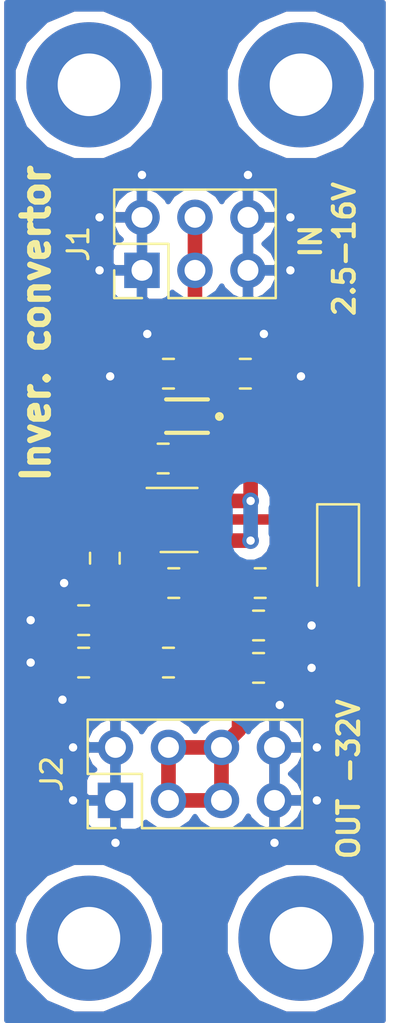
<source format=kicad_pcb>
(kicad_pcb (version 20171130) (host pcbnew "(5.0.0)")

  (general
    (thickness 1.6)
    (drawings 13)
    (tracks 83)
    (zones 0)
    (modules 20)
    (nets 13)
  )

  (page A4)
  (title_block
    (title "Inverting DC/DC convertor")
    (rev v01)
    (comment 4 "Author: Marek Sommer")
  )

  (layers
    (0 F.Cu signal)
    (31 B.Cu signal)
    (32 B.Adhes user)
    (33 F.Adhes user)
    (34 B.Paste user hide)
    (35 F.Paste user hide)
    (36 B.SilkS user hide)
    (37 F.SilkS user)
    (38 B.Mask user hide)
    (39 F.Mask user hide)
    (40 Dwgs.User user hide)
    (41 Cmts.User user hide)
    (42 Eco1.User user hide)
    (43 Eco2.User user hide)
    (44 Edge.Cuts user hide)
    (45 Margin user hide)
    (46 B.CrtYd user hide)
    (47 F.CrtYd user hide)
    (48 B.Fab user)
    (49 F.Fab user hide)
  )

  (setup
    (last_trace_width 0.25)
    (trace_clearance 0.2)
    (zone_clearance 0.508)
    (zone_45_only no)
    (trace_min 0.2)
    (segment_width 0.2)
    (edge_width 0.15)
    (via_size 0.8)
    (via_drill 0.4)
    (via_min_size 0.4)
    (via_min_drill 0.3)
    (uvia_size 0.3)
    (uvia_drill 0.1)
    (uvias_allowed no)
    (uvia_min_size 0.2)
    (uvia_min_drill 0.1)
    (pcb_text_width 0.3)
    (pcb_text_size 1.5 1.5)
    (mod_edge_width 0.15)
    (mod_text_size 1 1)
    (mod_text_width 0.15)
    (pad_size 6 6)
    (pad_drill 3)
    (pad_to_mask_clearance 0.2)
    (aux_axis_origin 0 0)
    (visible_elements 7FFFFFFF)
    (pcbplotparams
      (layerselection 0x010fc_ffffffff)
      (usegerberextensions false)
      (usegerberattributes false)
      (usegerberadvancedattributes false)
      (creategerberjobfile false)
      (excludeedgelayer true)
      (linewidth 0.100000)
      (plotframeref false)
      (viasonmask false)
      (mode 1)
      (useauxorigin false)
      (hpglpennumber 1)
      (hpglpenspeed 20)
      (hpglpendiameter 15.000000)
      (psnegative false)
      (psa4output false)
      (plotreference true)
      (plotvalue true)
      (plotinvisibletext false)
      (padsonsilk false)
      (subtractmaskfromsilk false)
      (outputformat 1)
      (mirror false)
      (drillshape 1)
      (scaleselection 1)
      (outputdirectory ""))
  )

  (net 0 "")
  (net 1 GND)
  (net 2 "Net-(C1-Pad2)")
  (net 3 "Net-(C3-Pad2)")
  (net 4 "Net-(C3-Pad1)")
  (net 5 "Net-(D1-Pad2)")
  (net 6 "Net-(MH1-Pad1)")
  (net 7 "Net-(MH2-Pad1)")
  (net 8 "Net-(MH3-Pad1)")
  (net 9 "Net-(MH4-Pad1)")
  (net 10 "Net-(C4-Pad2)")
  (net 11 "Net-(C4-Pad1)")
  (net 12 "Net-(C7-Pad1)")

  (net_class Default "Toto je výchozí třída sítě."
    (clearance 0.2)
    (trace_width 0.25)
    (via_dia 0.8)
    (via_drill 0.4)
    (uvia_dia 0.3)
    (uvia_drill 0.1)
  )

  (net_class C1-Pad2 ""
    (clearance 0.2)
    (trace_width 0.5)
    (via_dia 0.8)
    (via_drill 0.4)
    (uvia_dia 0.3)
    (uvia_drill 0.1)
    (add_net GND)
    (add_net "Net-(C1-Pad2)")
    (add_net "Net-(C3-Pad1)")
    (add_net "Net-(C3-Pad2)")
    (add_net "Net-(C4-Pad1)")
    (add_net "Net-(C4-Pad2)")
    (add_net "Net-(C7-Pad1)")
    (add_net "Net-(D1-Pad2)")
    (add_net "Net-(MH1-Pad1)")
    (add_net "Net-(MH2-Pad1)")
    (add_net "Net-(MH3-Pad1)")
    (add_net "Net-(MH4-Pad1)")
  )

  (module digikey-footprints:LQH2MCN100K02L (layer F.Cu) (tedit 5CEB7945) (tstamp 5D262520)
    (at 177.419 107.315 180)
    (descr LQH2M)
    (tags Inductor)
    (path /5CB8D0D4)
    (attr smd)
    (fp_text reference L1 (at -0.127 0.127 180) (layer F.Fab)
      (effects (font (size 0.8 0.8) (thickness 0.15)))
    )
    (fp_text value LQH2MCN100K02L (at -0.364 -1.364 180) (layer F.SilkS) hide
      (effects (font (size 1.27 1.27) (thickness 0.254)))
    )
    (fp_line (start -1 -0.8) (end 1 -0.8) (layer Dwgs.User) (width 0.2))
    (fp_line (start 1 -0.8) (end 1 0.8) (layer Dwgs.User) (width 0.2))
    (fp_line (start 1 0.8) (end -1 0.8) (layer Dwgs.User) (width 0.2))
    (fp_line (start -1 0.8) (end -1 -0.8) (layer Dwgs.User) (width 0.2))
    (fp_line (start -1 -0.8) (end 1 -0.8) (layer F.SilkS) (width 0.2))
    (fp_line (start 1 0.8) (end -1 0.8) (layer F.SilkS) (width 0.2))
    (fp_circle (center -1.551 -0.018) (end -1.551 -0.007) (layer F.SilkS) (width 0.2))
    (pad 1 smd rect (at -0.85 0 180) (size 0.9 1) (layers F.Cu F.Paste)
      (net 2 "Net-(C1-Pad2)"))
    (pad 2 smd rect (at 0.85 0 180) (size 0.9 1) (layers F.Cu F.Paste)
      (net 4 "Net-(C3-Pad1)"))
  )

  (module Diode_SMD:D_SOD-123 (layer F.Cu) (tedit 5CEB798D) (tstamp 5CD79265)
    (at 184.658 113.792 270)
    (descr SOD-123)
    (tags SOD-123)
    (path /5CB85ECA)
    (attr smd)
    (fp_text reference D1 (at -3.81 0 270) (layer F.SilkS) hide
      (effects (font (size 1 1) (thickness 0.15)))
    )
    (fp_text value MBR0540 (at -1.524 -4.064 270) (layer F.Fab) hide
      (effects (font (size 1 1) (thickness 0.15)))
    )
    (fp_text user %R (at 0 -2 270) (layer F.Fab)
      (effects (font (size 1 1) (thickness 0.15)))
    )
    (fp_line (start -2.25 -1) (end -2.25 1) (layer F.SilkS) (width 0.12))
    (fp_line (start 0.25 0) (end 0.75 0) (layer F.Fab) (width 0.1))
    (fp_line (start 0.25 0.4) (end -0.35 0) (layer F.Fab) (width 0.1))
    (fp_line (start 0.25 -0.4) (end 0.25 0.4) (layer F.Fab) (width 0.1))
    (fp_line (start -0.35 0) (end 0.25 -0.4) (layer F.Fab) (width 0.1))
    (fp_line (start -0.35 0) (end -0.35 0.55) (layer F.Fab) (width 0.1))
    (fp_line (start -0.35 0) (end -0.35 -0.55) (layer F.Fab) (width 0.1))
    (fp_line (start -0.75 0) (end -0.35 0) (layer F.Fab) (width 0.1))
    (fp_line (start -1.4 0.9) (end -1.4 -0.9) (layer F.Fab) (width 0.1))
    (fp_line (start 1.4 0.9) (end -1.4 0.9) (layer F.Fab) (width 0.1))
    (fp_line (start 1.4 -0.9) (end 1.4 0.9) (layer F.Fab) (width 0.1))
    (fp_line (start -1.4 -0.9) (end 1.4 -0.9) (layer F.Fab) (width 0.1))
    (fp_line (start -2.35 -1.15) (end 2.35 -1.15) (layer F.CrtYd) (width 0.05))
    (fp_line (start 2.35 -1.15) (end 2.35 1.15) (layer F.CrtYd) (width 0.05))
    (fp_line (start 2.35 1.15) (end -2.35 1.15) (layer F.CrtYd) (width 0.05))
    (fp_line (start -2.35 -1.15) (end -2.35 1.15) (layer F.CrtYd) (width 0.05))
    (fp_line (start -2.25 1) (end 1.65 1) (layer F.SilkS) (width 0.12))
    (fp_line (start -2.25 -1) (end 1.65 -1) (layer F.SilkS) (width 0.12))
    (pad 1 smd rect (at -1.65 0 270) (size 0.9 1.2) (layers F.Cu F.Paste F.Mask)
      (net 3 "Net-(C3-Pad2)"))
    (pad 2 smd rect (at 1.65 0 270) (size 0.9 1.2) (layers F.Cu F.Paste F.Mask)
      (net 5 "Net-(D1-Pad2)"))
    (model ${KISYS3DMOD}/Diode_SMD.3dshapes/D_SOD-123.wrl
      (at (xyz 0 0 0))
      (scale (xyz 1 1 1))
      (rotate (xyz 0 0 0))
    )
  )

  (module Package_TO_SOT_SMD:TSOT-23-6 (layer F.Cu) (tedit 5CEB7989) (tstamp 5CF33475)
    (at 177.038 112.268)
    (descr "6-pin TSOT23 package, http://cds.linear.com/docs/en/packaging/SOT_6_05-08-1636.pdf")
    (tags "TSOT-23-6 MK06A TSOT-6")
    (path /5CB70845)
    (attr smd)
    (fp_text reference U1 (at 2.032 -2.413) (layer F.SilkS) hide
      (effects (font (size 0.8 0.8) (thickness 0.15)))
    )
    (fp_text value LT3483 (at 4.572 -3.048) (layer F.Fab) hide
      (effects (font (size 1 1) (thickness 0.15)))
    )
    (fp_text user %R (at 0 0 90) (layer F.Fab)
      (effects (font (size 0.5 0.5) (thickness 0.075)))
    )
    (fp_line (start -0.88 1.56) (end 0.88 1.56) (layer F.SilkS) (width 0.12))
    (fp_line (start 0.88 -1.51) (end -1.55 -1.51) (layer F.SilkS) (width 0.12))
    (fp_line (start -0.88 -1) (end -0.43 -1.45) (layer F.Fab) (width 0.1))
    (fp_line (start 0.88 -1.45) (end -0.43 -1.45) (layer F.Fab) (width 0.1))
    (fp_line (start -0.88 -1) (end -0.88 1.45) (layer F.Fab) (width 0.1))
    (fp_line (start 0.88 1.45) (end -0.88 1.45) (layer F.Fab) (width 0.1))
    (fp_line (start 0.88 -1.45) (end 0.88 1.45) (layer F.Fab) (width 0.1))
    (fp_line (start -2.17 -1.7) (end 2.17 -1.7) (layer F.CrtYd) (width 0.05))
    (fp_line (start -2.17 -1.7) (end -2.17 1.7) (layer F.CrtYd) (width 0.05))
    (fp_line (start 2.17 1.7) (end 2.17 -1.7) (layer F.CrtYd) (width 0.05))
    (fp_line (start 2.17 1.7) (end -2.17 1.7) (layer F.CrtYd) (width 0.05))
    (pad 1 smd rect (at -1.31 -0.95) (size 1.22 0.65) (layers F.Cu F.Paste F.Mask)
      (net 4 "Net-(C3-Pad1)"))
    (pad 2 smd rect (at -1.31 0) (size 1.22 0.65) (layers F.Cu F.Paste F.Mask)
      (net 1 GND))
    (pad 3 smd rect (at -1.31 0.95) (size 1.22 0.65) (layers F.Cu F.Paste F.Mask)
      (net 10 "Net-(C4-Pad2)"))
    (pad 4 smd rect (at 1.31 0.95) (size 1.22 0.65) (layers F.Cu F.Paste F.Mask)
      (net 2 "Net-(C1-Pad2)"))
    (pad 5 smd rect (at 1.31 0) (size 1.22 0.65) (layers F.Cu F.Paste F.Mask)
      (net 3 "Net-(C3-Pad2)"))
    (pad 6 smd rect (at 1.31 -0.95) (size 1.22 0.65) (layers F.Cu F.Paste F.Mask)
      (net 2 "Net-(C1-Pad2)"))
    (model ${KISYS3DMOD}/Package_TO_SOT_SMD.3dshapes/TSOT-23-6.wrl
      (at (xyz 0 0 0))
      (scale (xyz 1 1 1))
      (rotate (xyz 0 0 0))
    )
  )

  (module Capacitor_SMD:C_0805_2012Metric (layer F.Cu) (tedit 5CEB7992) (tstamp 5CFF7112)
    (at 173.482 114.1245 90)
    (descr "Capacitor SMD 0805 (2012 Metric), square (rectangular) end terminal, IPC_7351 nominal, (Body size source: https://docs.google.com/spreadsheets/d/1BsfQQcO9C6DZCsRaXUlFlo91Tg2WpOkGARC1WS5S8t0/edit?usp=sharing), generated with kicad-footprint-generator")
    (tags capacitor)
    (path /5CB612E1)
    (attr smd)
    (fp_text reference C4 (at 1.3485 -3.048 270) (layer F.SilkS) hide
      (effects (font (size 1 1) (thickness 0.15)))
    )
    (fp_text value 5pF/50V (at 0.5865 -5.334 180) (layer F.Fab) hide
      (effects (font (size 1 1) (thickness 0.15)))
    )
    (fp_line (start -1 0.6) (end -1 -0.6) (layer F.Fab) (width 0.1))
    (fp_line (start -1 -0.6) (end 1 -0.6) (layer F.Fab) (width 0.1))
    (fp_line (start 1 -0.6) (end 1 0.6) (layer F.Fab) (width 0.1))
    (fp_line (start 1 0.6) (end -1 0.6) (layer F.Fab) (width 0.1))
    (fp_line (start -0.258578 -0.71) (end 0.258578 -0.71) (layer F.SilkS) (width 0.12))
    (fp_line (start -0.258578 0.71) (end 0.258578 0.71) (layer F.SilkS) (width 0.12))
    (fp_line (start -1.68 0.95) (end -1.68 -0.95) (layer F.CrtYd) (width 0.05))
    (fp_line (start -1.68 -0.95) (end 1.68 -0.95) (layer F.CrtYd) (width 0.05))
    (fp_line (start 1.68 -0.95) (end 1.68 0.95) (layer F.CrtYd) (width 0.05))
    (fp_line (start 1.68 0.95) (end -1.68 0.95) (layer F.CrtYd) (width 0.05))
    (fp_text user %R (at 0 0 90) (layer F.Fab)
      (effects (font (size 0.5 0.5) (thickness 0.08)))
    )
    (pad 1 smd roundrect (at -0.9375 0 90) (size 0.975 1.4) (layers F.Cu F.Paste F.Mask) (roundrect_rratio 0.25)
      (net 11 "Net-(C4-Pad1)"))
    (pad 2 smd roundrect (at 0.9375 0 90) (size 0.975 1.4) (layers F.Cu F.Paste F.Mask) (roundrect_rratio 0.25)
      (net 10 "Net-(C4-Pad2)"))
    (model ${KISYS3DMOD}/Capacitor_SMD.3dshapes/C_0805_2012Metric.wrl
      (at (xyz 0 0 0))
      (scale (xyz 1 1 1))
      (rotate (xyz 0 0 0))
    )
  )

  (module Capacitor_SMD:C_0805_2012Metric (layer F.Cu) (tedit 5CEB797F) (tstamp 5CFF70F0)
    (at 180.213 105.283 180)
    (descr "Capacitor SMD 0805 (2012 Metric), square (rectangular) end terminal, IPC_7351 nominal, (Body size source: https://docs.google.com/spreadsheets/d/1BsfQQcO9C6DZCsRaXUlFlo91Tg2WpOkGARC1WS5S8t0/edit?usp=sharing), generated with kicad-footprint-generator")
    (tags capacitor)
    (path /5CE7E698)
    (attr smd)
    (fp_text reference C2 (at -2.921 1.905 180) (layer F.SilkS) hide
      (effects (font (size 1 1) (thickness 0.15)))
    )
    (fp_text value 100nF/30V (at -6.477 -0.127 180) (layer F.Fab) hide
      (effects (font (size 1 1) (thickness 0.15)))
    )
    (fp_text user %R (at 0 0 180) (layer F.Fab)
      (effects (font (size 0.5 0.5) (thickness 0.08)))
    )
    (fp_line (start 1.68 0.95) (end -1.68 0.95) (layer F.CrtYd) (width 0.05))
    (fp_line (start 1.68 -0.95) (end 1.68 0.95) (layer F.CrtYd) (width 0.05))
    (fp_line (start -1.68 -0.95) (end 1.68 -0.95) (layer F.CrtYd) (width 0.05))
    (fp_line (start -1.68 0.95) (end -1.68 -0.95) (layer F.CrtYd) (width 0.05))
    (fp_line (start -0.258578 0.71) (end 0.258578 0.71) (layer F.SilkS) (width 0.12))
    (fp_line (start -0.258578 -0.71) (end 0.258578 -0.71) (layer F.SilkS) (width 0.12))
    (fp_line (start 1 0.6) (end -1 0.6) (layer F.Fab) (width 0.1))
    (fp_line (start 1 -0.6) (end 1 0.6) (layer F.Fab) (width 0.1))
    (fp_line (start -1 -0.6) (end 1 -0.6) (layer F.Fab) (width 0.1))
    (fp_line (start -1 0.6) (end -1 -0.6) (layer F.Fab) (width 0.1))
    (pad 2 smd roundrect (at 0.9375 0 180) (size 0.975 1.4) (layers F.Cu F.Paste F.Mask) (roundrect_rratio 0.25)
      (net 2 "Net-(C1-Pad2)"))
    (pad 1 smd roundrect (at -0.9375 0 180) (size 0.975 1.4) (layers F.Cu F.Paste F.Mask) (roundrect_rratio 0.25)
      (net 1 GND))
    (model ${KISYS3DMOD}/Capacitor_SMD.3dshapes/C_0805_2012Metric.wrl
      (at (xyz 0 0 0))
      (scale (xyz 1 1 1))
      (rotate (xyz 0 0 0))
    )
  )

  (module Capacitor_SMD:C_0805_2012Metric (layer F.Cu) (tedit 5CEB799F) (tstamp 5D261E2A)
    (at 180.848 117.348)
    (descr "Capacitor SMD 0805 (2012 Metric), square (rectangular) end terminal, IPC_7351 nominal, (Body size source: https://docs.google.com/spreadsheets/d/1BsfQQcO9C6DZCsRaXUlFlo91Tg2WpOkGARC1WS5S8t0/edit?usp=sharing), generated with kicad-footprint-generator")
    (tags capacitor)
    (path /5CE919BA)
    (attr smd)
    (fp_text reference C7 (at 4.064 0 90) (layer F.SilkS) hide
      (effects (font (size 1 1) (thickness 0.15)))
    )
    (fp_text value 100nF (at 5.08 0.254) (layer F.Fab) hide
      (effects (font (size 1 1) (thickness 0.15)))
    )
    (fp_line (start -1 0.6) (end -1 -0.6) (layer F.Fab) (width 0.1))
    (fp_line (start -1 -0.6) (end 1 -0.6) (layer F.Fab) (width 0.1))
    (fp_line (start 1 -0.6) (end 1 0.6) (layer F.Fab) (width 0.1))
    (fp_line (start 1 0.6) (end -1 0.6) (layer F.Fab) (width 0.1))
    (fp_line (start -0.258578 -0.71) (end 0.258578 -0.71) (layer F.SilkS) (width 0.12))
    (fp_line (start -0.258578 0.71) (end 0.258578 0.71) (layer F.SilkS) (width 0.12))
    (fp_line (start -1.68 0.95) (end -1.68 -0.95) (layer F.CrtYd) (width 0.05))
    (fp_line (start -1.68 -0.95) (end 1.68 -0.95) (layer F.CrtYd) (width 0.05))
    (fp_line (start 1.68 -0.95) (end 1.68 0.95) (layer F.CrtYd) (width 0.05))
    (fp_line (start 1.68 0.95) (end -1.68 0.95) (layer F.CrtYd) (width 0.05))
    (fp_text user %R (at 0 0) (layer F.Fab)
      (effects (font (size 0.5 0.5) (thickness 0.08)))
    )
    (pad 1 smd roundrect (at -0.9375 0) (size 0.975 1.4) (layers F.Cu F.Paste F.Mask) (roundrect_rratio 0.25)
      (net 12 "Net-(C7-Pad1)"))
    (pad 2 smd roundrect (at 0.9375 0) (size 0.975 1.4) (layers F.Cu F.Paste F.Mask) (roundrect_rratio 0.25)
      (net 1 GND))
    (model ${KISYS3DMOD}/Capacitor_SMD.3dshapes/C_0805_2012Metric.wrl
      (at (xyz 0 0 0))
      (scale (xyz 1 1 1))
      (rotate (xyz 0 0 0))
    )
  )

  (module Capacitor_SMD:C_0805_2012Metric (layer F.Cu) (tedit 5CEB7997) (tstamp 5CFF7134)
    (at 172.466 119.126 180)
    (descr "Capacitor SMD 0805 (2012 Metric), square (rectangular) end terminal, IPC_7351 nominal, (Body size source: https://docs.google.com/spreadsheets/d/1BsfQQcO9C6DZCsRaXUlFlo91Tg2WpOkGARC1WS5S8t0/edit?usp=sharing), generated with kicad-footprint-generator")
    (tags capacitor)
    (path /5CE98137)
    (attr smd)
    (fp_text reference C6 (at 2.54 -2.032 270) (layer F.SilkS) hide
      (effects (font (size 1 1) (thickness 0.15)))
    )
    (fp_text value 100nF (at 4.064 0 180) (layer F.Fab) hide
      (effects (font (size 1 1) (thickness 0.15)))
    )
    (fp_text user %R (at 0 0 180) (layer F.Fab)
      (effects (font (size 0.5 0.5) (thickness 0.08)))
    )
    (fp_line (start 1.68 0.95) (end -1.68 0.95) (layer F.CrtYd) (width 0.05))
    (fp_line (start 1.68 -0.95) (end 1.68 0.95) (layer F.CrtYd) (width 0.05))
    (fp_line (start -1.68 -0.95) (end 1.68 -0.95) (layer F.CrtYd) (width 0.05))
    (fp_line (start -1.68 0.95) (end -1.68 -0.95) (layer F.CrtYd) (width 0.05))
    (fp_line (start -0.258578 0.71) (end 0.258578 0.71) (layer F.SilkS) (width 0.12))
    (fp_line (start -0.258578 -0.71) (end 0.258578 -0.71) (layer F.SilkS) (width 0.12))
    (fp_line (start 1 0.6) (end -1 0.6) (layer F.Fab) (width 0.1))
    (fp_line (start 1 -0.6) (end 1 0.6) (layer F.Fab) (width 0.1))
    (fp_line (start -1 -0.6) (end 1 -0.6) (layer F.Fab) (width 0.1))
    (fp_line (start -1 0.6) (end -1 -0.6) (layer F.Fab) (width 0.1))
    (pad 2 smd roundrect (at 0.9375 0 180) (size 0.975 1.4) (layers F.Cu F.Paste F.Mask) (roundrect_rratio 0.25)
      (net 1 GND))
    (pad 1 smd roundrect (at -0.9375 0 180) (size 0.975 1.4) (layers F.Cu F.Paste F.Mask) (roundrect_rratio 0.25)
      (net 11 "Net-(C4-Pad1)"))
    (model ${KISYS3DMOD}/Capacitor_SMD.3dshapes/C_0805_2012Metric.wrl
      (at (xyz 0 0 0))
      (scale (xyz 1 1 1))
      (rotate (xyz 0 0 0))
    )
  )

  (module Resistor_SMD:R_0805_2012Metric (layer F.Cu) (tedit 5CEB7999) (tstamp 5CFF7209)
    (at 176.53 119.126 180)
    (descr "Resistor SMD 0805 (2012 Metric), square (rectangular) end terminal, IPC_7351 nominal, (Body size source: https://docs.google.com/spreadsheets/d/1BsfQQcO9C6DZCsRaXUlFlo91Tg2WpOkGARC1WS5S8t0/edit?usp=sharing), generated with kicad-footprint-generator")
    (tags resistor)
    (path /5CE85592)
    (attr smd)
    (fp_text reference R3 (at 0 -2.032 180) (layer F.SilkS) hide
      (effects (font (size 0.8 0.8) (thickness 0.15)))
    )
    (fp_text value 100R (at 0 -1.524 180) (layer F.Fab) hide
      (effects (font (size 1 1) (thickness 0.15)))
    )
    (fp_text user %R (at 0 0 180) (layer F.Fab)
      (effects (font (size 0.5 0.5) (thickness 0.08)))
    )
    (fp_line (start 1.68 0.95) (end -1.68 0.95) (layer F.CrtYd) (width 0.05))
    (fp_line (start 1.68 -0.95) (end 1.68 0.95) (layer F.CrtYd) (width 0.05))
    (fp_line (start -1.68 -0.95) (end 1.68 -0.95) (layer F.CrtYd) (width 0.05))
    (fp_line (start -1.68 0.95) (end -1.68 -0.95) (layer F.CrtYd) (width 0.05))
    (fp_line (start -0.258578 0.71) (end 0.258578 0.71) (layer F.SilkS) (width 0.12))
    (fp_line (start -0.258578 -0.71) (end 0.258578 -0.71) (layer F.SilkS) (width 0.12))
    (fp_line (start 1 0.6) (end -1 0.6) (layer F.Fab) (width 0.1))
    (fp_line (start 1 -0.6) (end 1 0.6) (layer F.Fab) (width 0.1))
    (fp_line (start -1 -0.6) (end 1 -0.6) (layer F.Fab) (width 0.1))
    (fp_line (start -1 0.6) (end -1 -0.6) (layer F.Fab) (width 0.1))
    (pad 2 smd roundrect (at 0.9375 0 180) (size 0.975 1.4) (layers F.Cu F.Paste F.Mask) (roundrect_rratio 0.25)
      (net 11 "Net-(C4-Pad1)"))
    (pad 1 smd roundrect (at -0.9375 0 180) (size 0.975 1.4) (layers F.Cu F.Paste F.Mask) (roundrect_rratio 0.25)
      (net 12 "Net-(C7-Pad1)"))
    (model ${KISYS3DMOD}/Resistor_SMD.3dshapes/R_0805_2012Metric.wrl
      (at (xyz 0 0 0))
      (scale (xyz 1 1 1))
      (rotate (xyz 0 0 0))
    )
  )

  (module Resistor_SMD:R_0805_2012Metric (layer F.Cu) (tedit 5D1093F0) (tstamp 5D261F71)
    (at 176.784 115.316)
    (descr "Resistor SMD 0805 (2012 Metric), square (rectangular) end terminal, IPC_7351 nominal, (Body size source: https://docs.google.com/spreadsheets/d/1BsfQQcO9C6DZCsRaXUlFlo91Tg2WpOkGARC1WS5S8t0/edit?usp=sharing), generated with kicad-footprint-generator")
    (tags resistor)
    (path /5CB611EB)
    (attr smd)
    (fp_text reference R2 (at 1.778 2.032 90) (layer F.SilkS) hide
      (effects (font (size 0.8 0.8) (thickness 0.15)))
    )
    (fp_text value 3.2M (at 0 1.65) (layer F.Fab) hide
      (effects (font (size 1 1) (thickness 0.15)))
    )
    (fp_line (start -1 0.6) (end -1 -0.6) (layer F.Fab) (width 0.1))
    (fp_line (start -1 -0.6) (end 1 -0.6) (layer F.Fab) (width 0.1))
    (fp_line (start 1 -0.6) (end 1 0.6) (layer F.Fab) (width 0.1))
    (fp_line (start 1 0.6) (end -1 0.6) (layer F.Fab) (width 0.1))
    (fp_line (start -0.258578 -0.71) (end 0.258578 -0.71) (layer F.SilkS) (width 0.12))
    (fp_line (start -0.258578 0.71) (end 0.258578 0.71) (layer F.SilkS) (width 0.12))
    (fp_line (start -1.68 0.95) (end -1.68 -0.95) (layer F.CrtYd) (width 0.05))
    (fp_line (start -1.68 -0.95) (end 1.68 -0.95) (layer F.CrtYd) (width 0.05))
    (fp_line (start 1.68 -0.95) (end 1.68 0.95) (layer F.CrtYd) (width 0.05))
    (fp_line (start 1.68 0.95) (end -1.68 0.95) (layer F.CrtYd) (width 0.05))
    (fp_text user %R (at 0 0) (layer F.Fab)
      (effects (font (size 0.5 0.5) (thickness 0.08)))
    )
    (pad 1 smd roundrect (at -0.9375 0) (size 0.975 1.4) (layers F.Cu F.Paste F.Mask) (roundrect_rratio 0.25)
      (net 10 "Net-(C4-Pad2)"))
    (pad 2 smd roundrect (at 0.9375 0) (size 0.975 1.4) (layers F.Cu F.Paste F.Mask) (roundrect_rratio 0.25)
      (net 11 "Net-(C4-Pad1)"))
    (model ${KISYS3DMOD}/Resistor_SMD.3dshapes/R_0805_2012Metric.wrl
      (at (xyz 0 0 0))
      (scale (xyz 1 1 1))
      (rotate (xyz 0 0 0))
    )
  )

  (module Capacitor_SMD:C_0805_2012Metric (layer F.Cu) (tedit 5CEB7982) (tstamp 5CFF70DF)
    (at 176.53 105.283)
    (descr "Capacitor SMD 0805 (2012 Metric), square (rectangular) end terminal, IPC_7351 nominal, (Body size source: https://docs.google.com/spreadsheets/d/1BsfQQcO9C6DZCsRaXUlFlo91Tg2WpOkGARC1WS5S8t0/edit?usp=sharing), generated with kicad-footprint-generator")
    (tags capacitor)
    (path /5CB60D80)
    (attr smd)
    (fp_text reference C1 (at -3.302 -1.651) (layer F.SilkS) hide
      (effects (font (size 1 1) (thickness 0.15)))
    )
    (fp_text value 4.7uF/30V (at -6.35 -0.381) (layer F.Fab) hide
      (effects (font (size 1 1) (thickness 0.15)))
    )
    (fp_line (start -1 0.6) (end -1 -0.6) (layer F.Fab) (width 0.1))
    (fp_line (start -1 -0.6) (end 1 -0.6) (layer F.Fab) (width 0.1))
    (fp_line (start 1 -0.6) (end 1 0.6) (layer F.Fab) (width 0.1))
    (fp_line (start 1 0.6) (end -1 0.6) (layer F.Fab) (width 0.1))
    (fp_line (start -0.258578 -0.71) (end 0.258578 -0.71) (layer F.SilkS) (width 0.12))
    (fp_line (start -0.258578 0.71) (end 0.258578 0.71) (layer F.SilkS) (width 0.12))
    (fp_line (start -1.68 0.95) (end -1.68 -0.95) (layer F.CrtYd) (width 0.05))
    (fp_line (start -1.68 -0.95) (end 1.68 -0.95) (layer F.CrtYd) (width 0.05))
    (fp_line (start 1.68 -0.95) (end 1.68 0.95) (layer F.CrtYd) (width 0.05))
    (fp_line (start 1.68 0.95) (end -1.68 0.95) (layer F.CrtYd) (width 0.05))
    (fp_text user %R (at 0 0) (layer F.Fab)
      (effects (font (size 0.5 0.5) (thickness 0.08)))
    )
    (pad 1 smd roundrect (at -0.9375 0) (size 0.975 1.4) (layers F.Cu F.Paste F.Mask) (roundrect_rratio 0.25)
      (net 1 GND))
    (pad 2 smd roundrect (at 0.9375 0) (size 0.975 1.4) (layers F.Cu F.Paste F.Mask) (roundrect_rratio 0.25)
      (net 2 "Net-(C1-Pad2)"))
    (model ${KISYS3DMOD}/Capacitor_SMD.3dshapes/C_0805_2012Metric.wrl
      (at (xyz 0 0 0))
      (scale (xyz 1 1 1))
      (rotate (xyz 0 0 0))
    )
  )

  (module Capacitor_SMD:C_0805_2012Metric (layer F.Cu) (tedit 5CEB7985) (tstamp 5CFF7101)
    (at 176.276 109.347)
    (descr "Capacitor SMD 0805 (2012 Metric), square (rectangular) end terminal, IPC_7351 nominal, (Body size source: https://docs.google.com/spreadsheets/d/1BsfQQcO9C6DZCsRaXUlFlo91Tg2WpOkGARC1WS5S8t0/edit?usp=sharing), generated with kicad-footprint-generator")
    (tags capacitor)
    (path /5CB85DFF)
    (attr smd)
    (fp_text reference C3 (at -3.048 0.127) (layer F.SilkS) hide
      (effects (font (size 1 1) (thickness 0.15)))
    )
    (fp_text value 0.1uF/50V (at -6.858 0.127) (layer F.Fab) hide
      (effects (font (size 1 1) (thickness 0.15)))
    )
    (fp_text user %R (at 0 0) (layer F.Fab)
      (effects (font (size 0.5 0.5) (thickness 0.08)))
    )
    (fp_line (start 1.68 0.95) (end -1.68 0.95) (layer F.CrtYd) (width 0.05))
    (fp_line (start 1.68 -0.95) (end 1.68 0.95) (layer F.CrtYd) (width 0.05))
    (fp_line (start -1.68 -0.95) (end 1.68 -0.95) (layer F.CrtYd) (width 0.05))
    (fp_line (start -1.68 0.95) (end -1.68 -0.95) (layer F.CrtYd) (width 0.05))
    (fp_line (start -0.258578 0.71) (end 0.258578 0.71) (layer F.SilkS) (width 0.12))
    (fp_line (start -0.258578 -0.71) (end 0.258578 -0.71) (layer F.SilkS) (width 0.12))
    (fp_line (start 1 0.6) (end -1 0.6) (layer F.Fab) (width 0.1))
    (fp_line (start 1 -0.6) (end 1 0.6) (layer F.Fab) (width 0.1))
    (fp_line (start -1 -0.6) (end 1 -0.6) (layer F.Fab) (width 0.1))
    (fp_line (start -1 0.6) (end -1 -0.6) (layer F.Fab) (width 0.1))
    (pad 2 smd roundrect (at 0.9375 0) (size 0.975 1.4) (layers F.Cu F.Paste F.Mask) (roundrect_rratio 0.25)
      (net 3 "Net-(C3-Pad2)"))
    (pad 1 smd roundrect (at -0.9375 0) (size 0.975 1.4) (layers F.Cu F.Paste F.Mask) (roundrect_rratio 0.25)
      (net 4 "Net-(C3-Pad1)"))
    (model ${KISYS3DMOD}/Capacitor_SMD.3dshapes/C_0805_2012Metric.wrl
      (at (xyz 0 0 0))
      (scale (xyz 1 1 1))
      (rotate (xyz 0 0 0))
    )
  )

  (module Capacitor_SMD:C_0805_2012Metric (layer F.Cu) (tedit 5CEB7994) (tstamp 5D26218B)
    (at 172.466 117.094 180)
    (descr "Capacitor SMD 0805 (2012 Metric), square (rectangular) end terminal, IPC_7351 nominal, (Body size source: https://docs.google.com/spreadsheets/d/1BsfQQcO9C6DZCsRaXUlFlo91Tg2WpOkGARC1WS5S8t0/edit?usp=sharing), generated with kicad-footprint-generator")
    (tags capacitor)
    (path /5CB75F42)
    (attr smd)
    (fp_text reference C5 (at 2.54 2.032 270) (layer F.SilkS) hide
      (effects (font (size 1 1) (thickness 0.15)))
    )
    (fp_text value 1uF/50V (at 5.588 0 180) (layer F.Fab) hide
      (effects (font (size 1 1) (thickness 0.15)))
    )
    (fp_line (start -1 0.6) (end -1 -0.6) (layer F.Fab) (width 0.1))
    (fp_line (start -1 -0.6) (end 1 -0.6) (layer F.Fab) (width 0.1))
    (fp_line (start 1 -0.6) (end 1 0.6) (layer F.Fab) (width 0.1))
    (fp_line (start 1 0.6) (end -1 0.6) (layer F.Fab) (width 0.1))
    (fp_line (start -0.258578 -0.71) (end 0.258578 -0.71) (layer F.SilkS) (width 0.12))
    (fp_line (start -0.258578 0.71) (end 0.258578 0.71) (layer F.SilkS) (width 0.12))
    (fp_line (start -1.68 0.95) (end -1.68 -0.95) (layer F.CrtYd) (width 0.05))
    (fp_line (start -1.68 -0.95) (end 1.68 -0.95) (layer F.CrtYd) (width 0.05))
    (fp_line (start 1.68 -0.95) (end 1.68 0.95) (layer F.CrtYd) (width 0.05))
    (fp_line (start 1.68 0.95) (end -1.68 0.95) (layer F.CrtYd) (width 0.05))
    (fp_text user %R (at 0 0 180) (layer F.Fab)
      (effects (font (size 0.5 0.5) (thickness 0.08)))
    )
    (pad 1 smd roundrect (at -0.9375 0 180) (size 0.975 1.4) (layers F.Cu F.Paste F.Mask) (roundrect_rratio 0.25)
      (net 11 "Net-(C4-Pad1)"))
    (pad 2 smd roundrect (at 0.9375 0 180) (size 0.975 1.4) (layers F.Cu F.Paste F.Mask) (roundrect_rratio 0.25)
      (net 1 GND))
    (model ${KISYS3DMOD}/Capacitor_SMD.3dshapes/C_0805_2012Metric.wrl
      (at (xyz 0 0 0))
      (scale (xyz 1 1 1))
      (rotate (xyz 0 0 0))
    )
  )

  (module Capacitor_SMD:C_0805_2012Metric (layer F.Cu) (tedit 5CEB78F4) (tstamp 5D261B4D)
    (at 180.848 119.38)
    (descr "Capacitor SMD 0805 (2012 Metric), square (rectangular) end terminal, IPC_7351 nominal, (Body size source: https://docs.google.com/spreadsheets/d/1BsfQQcO9C6DZCsRaXUlFlo91Tg2WpOkGARC1WS5S8t0/edit?usp=sharing), generated with kicad-footprint-generator")
    (tags capacitor)
    (path /5CE855F0)
    (attr smd)
    (fp_text reference C8 (at 4.064 0.254 90) (layer F.SilkS) hide
      (effects (font (size 1 1) (thickness 0.15)))
    )
    (fp_text value "" (at 0 1.65) (layer F.Fab)
      (effects (font (size 1 1) (thickness 0.15)))
    )
    (fp_text user %R (at 0 0) (layer F.Fab)
      (effects (font (size 0.5 0.5) (thickness 0.08)))
    )
    (fp_line (start 1.68 0.95) (end -1.68 0.95) (layer F.CrtYd) (width 0.05))
    (fp_line (start 1.68 -0.95) (end 1.68 0.95) (layer F.CrtYd) (width 0.05))
    (fp_line (start -1.68 -0.95) (end 1.68 -0.95) (layer F.CrtYd) (width 0.05))
    (fp_line (start -1.68 0.95) (end -1.68 -0.95) (layer F.CrtYd) (width 0.05))
    (fp_line (start -0.258578 0.71) (end 0.258578 0.71) (layer F.SilkS) (width 0.12))
    (fp_line (start -0.258578 -0.71) (end 0.258578 -0.71) (layer F.SilkS) (width 0.12))
    (fp_line (start 1 0.6) (end -1 0.6) (layer F.Fab) (width 0.1))
    (fp_line (start 1 -0.6) (end 1 0.6) (layer F.Fab) (width 0.1))
    (fp_line (start -1 -0.6) (end 1 -0.6) (layer F.Fab) (width 0.1))
    (fp_line (start -1 0.6) (end -1 -0.6) (layer F.Fab) (width 0.1))
    (pad 2 smd roundrect (at 0.9375 0) (size 0.975 1.4) (layers F.Cu F.Paste F.Mask) (roundrect_rratio 0.25)
      (net 1 GND))
    (pad 1 smd roundrect (at -0.9375 0) (size 0.975 1.4) (layers F.Cu F.Paste F.Mask) (roundrect_rratio 0.25)
      (net 12 "Net-(C7-Pad1)"))
    (model ${KISYS3DMOD}/Capacitor_SMD.3dshapes/C_0805_2012Metric.wrl
      (at (xyz 0 0 0))
      (scale (xyz 1 1 1))
      (rotate (xyz 0 0 0))
    )
  )

  (module Resistor_SMD:R_0805_2012Metric (layer F.Cu) (tedit 5CEB798F) (tstamp 5CFF71E7)
    (at 180.9265 115.316 180)
    (descr "Resistor SMD 0805 (2012 Metric), square (rectangular) end terminal, IPC_7351 nominal, (Body size source: https://docs.google.com/spreadsheets/d/1BsfQQcO9C6DZCsRaXUlFlo91Tg2WpOkGARC1WS5S8t0/edit?usp=sharing), generated with kicad-footprint-generator")
    (tags resistor)
    (path /5CB87E3E)
    (attr smd)
    (fp_text reference R1 (at -1.4455 1.778) (layer F.SilkS) hide
      (effects (font (size 0.8 0.8) (thickness 0.15)))
    )
    (fp_text value 39R (at 0 1.65 180) (layer F.Fab) hide
      (effects (font (size 1 1) (thickness 0.15)))
    )
    (fp_line (start -1 0.6) (end -1 -0.6) (layer F.Fab) (width 0.1))
    (fp_line (start -1 -0.6) (end 1 -0.6) (layer F.Fab) (width 0.1))
    (fp_line (start 1 -0.6) (end 1 0.6) (layer F.Fab) (width 0.1))
    (fp_line (start 1 0.6) (end -1 0.6) (layer F.Fab) (width 0.1))
    (fp_line (start -0.258578 -0.71) (end 0.258578 -0.71) (layer F.SilkS) (width 0.12))
    (fp_line (start -0.258578 0.71) (end 0.258578 0.71) (layer F.SilkS) (width 0.12))
    (fp_line (start -1.68 0.95) (end -1.68 -0.95) (layer F.CrtYd) (width 0.05))
    (fp_line (start -1.68 -0.95) (end 1.68 -0.95) (layer F.CrtYd) (width 0.05))
    (fp_line (start 1.68 -0.95) (end 1.68 0.95) (layer F.CrtYd) (width 0.05))
    (fp_line (start 1.68 0.95) (end -1.68 0.95) (layer F.CrtYd) (width 0.05))
    (fp_text user %R (at 0 0 180) (layer F.Fab)
      (effects (font (size 0.5 0.5) (thickness 0.08)))
    )
    (pad 1 smd roundrect (at -0.9375 0 180) (size 0.975 1.4) (layers F.Cu F.Paste F.Mask) (roundrect_rratio 0.25)
      (net 5 "Net-(D1-Pad2)"))
    (pad 2 smd roundrect (at 0.9375 0 180) (size 0.975 1.4) (layers F.Cu F.Paste F.Mask) (roundrect_rratio 0.25)
      (net 11 "Net-(C4-Pad1)"))
    (model ${KISYS3DMOD}/Resistor_SMD.3dshapes/R_0805_2012Metric.wrl
      (at (xyz 0 0 0))
      (scale (xyz 1 1 1))
      (rotate (xyz 0 0 0))
    )
  )

  (module MountingHole:MountingHole_3mm_Pad locked (layer F.Cu) (tedit 5CC2E860) (tstamp 5CDB7FC5)
    (at 172.72 132.334 90)
    (descr "Mounting Hole 3mm")
    (tags "mounting hole 3mm")
    (path /5CBEF505)
    (attr virtual)
    (fp_text reference "" (at 0 -4 90) (layer F.SilkS)
      (effects (font (size 1 1) (thickness 0.15)))
    )
    (fp_text value M1 (at 0 4 90) (layer F.Fab)
      (effects (font (size 1 1) (thickness 0.15)))
    )
    (fp_circle (center 0 0) (end 3.25 0) (layer F.CrtYd) (width 0.05))
    (fp_circle (center 0 0) (end 3 0) (layer Cmts.User) (width 0.15))
    (fp_text user %R (at 0.3 0 90) (layer F.Fab)
      (effects (font (size 1 1) (thickness 0.15)))
    )
    (pad 1 thru_hole circle (at 0 0 90) (size 6 6) (drill 3) (layers *.Cu *.Mask)
      (net 6 "Net-(MH1-Pad1)"))
  )

  (module MountingHole:MountingHole_3mm_Pad locked (layer F.Cu) (tedit 5CC2E85E) (tstamp 5CDB7FDA)
    (at 182.88 132.334 90)
    (descr "Mounting Hole 3mm")
    (tags "mounting hole 3mm")
    (path /5CBEF583)
    (attr virtual)
    (fp_text reference "" (at 0 -4 90) (layer F.SilkS)
      (effects (font (size 1 1) (thickness 0.15)))
    )
    (fp_text value M2 (at 0 4 90) (layer F.Fab)
      (effects (font (size 1 1) (thickness 0.15)))
    )
    (fp_text user %R (at 0.3 0 90) (layer F.Fab)
      (effects (font (size 1 1) (thickness 0.15)))
    )
    (fp_circle (center 0 0) (end 3 0) (layer Cmts.User) (width 0.15))
    (fp_circle (center 0 0) (end 3.25 0) (layer F.CrtYd) (width 0.05))
    (pad 1 thru_hole circle (at 0 0 90) (size 6 6) (drill 3) (layers *.Cu *.Mask)
      (net 7 "Net-(MH2-Pad1)"))
  )

  (module MountingHole:MountingHole_3mm_Pad locked (layer F.Cu) (tedit 5CC2E856) (tstamp 5CD7A3BE)
    (at 182.88 91.44 90)
    (descr "Mounting Hole 3mm")
    (tags "mounting hole 3mm")
    (path /5CBEF5D3)
    (attr virtual)
    (fp_text reference "" (at 0 -4 90) (layer F.SilkS)
      (effects (font (size 1 1) (thickness 0.15)))
    )
    (fp_text value M3 (at 0 4 90) (layer F.Fab)
      (effects (font (size 1 1) (thickness 0.15)))
    )
    (fp_circle (center 0 0) (end 3.25 0) (layer F.CrtYd) (width 0.05))
    (fp_circle (center 0 0) (end 3 0) (layer Cmts.User) (width 0.15))
    (fp_text user %R (at 0.3 0 90) (layer F.Fab)
      (effects (font (size 1 1) (thickness 0.15)))
    )
    (pad 1 thru_hole circle (at 0 0 90) (size 6 6) (drill 3) (layers *.Cu *.Mask)
      (net 8 "Net-(MH3-Pad1)"))
  )

  (module MountingHole:MountingHole_3mm_Pad locked (layer F.Cu) (tedit 5CC2E859) (tstamp 5CD7A3A9)
    (at 172.72 91.44 90)
    (descr "Mounting Hole 3mm")
    (tags "mounting hole 3mm")
    (path /5CBEF617)
    (attr virtual)
    (fp_text reference "" (at 0 -4 90) (layer F.SilkS)
      (effects (font (size 1 1) (thickness 0.15)))
    )
    (fp_text value M4 (at 0 4 90) (layer F.Fab)
      (effects (font (size 1 1) (thickness 0.15)))
    )
    (fp_text user %R (at 0.3 0 90) (layer F.Fab)
      (effects (font (size 1 1) (thickness 0.15)))
    )
    (fp_circle (center 0 0) (end 3 0) (layer Cmts.User) (width 0.15))
    (fp_circle (center 0 0) (end 3.25 0) (layer F.CrtYd) (width 0.05))
    (pad 1 thru_hole circle (at 0 0 90) (size 6 6) (drill 3) (layers *.Cu *.Mask)
      (net 9 "Net-(MH4-Pad1)"))
  )

  (module Connector_PinHeader_2.54mm:PinHeader_2x03_P2.54mm_Vertical (layer F.Cu) (tedit 5D109409) (tstamp 5D260B61)
    (at 175.26 100.33 90)
    (descr "Through hole straight pin header, 2x03, 2.54mm pitch, double rows")
    (tags "Through hole pin header THT 2x03 2.54mm double row")
    (path /5CC336FD)
    (fp_text reference J1 (at 1.27 -3.048 90) (layer F.SilkS)
      (effects (font (size 1 1) (thickness 0.15)))
    )
    (fp_text value J1 (at 1.27 7.41 90) (layer F.Fab) hide
      (effects (font (size 1 1) (thickness 0.15)))
    )
    (fp_line (start 0 -1.27) (end 3.81 -1.27) (layer F.Fab) (width 0.1))
    (fp_line (start 3.81 -1.27) (end 3.81 6.35) (layer F.Fab) (width 0.1))
    (fp_line (start 3.81 6.35) (end -1.27 6.35) (layer F.Fab) (width 0.1))
    (fp_line (start -1.27 6.35) (end -1.27 0) (layer F.Fab) (width 0.1))
    (fp_line (start -1.27 0) (end 0 -1.27) (layer F.Fab) (width 0.1))
    (fp_line (start -1.33 6.41) (end 3.87 6.41) (layer F.SilkS) (width 0.12))
    (fp_line (start -1.33 1.27) (end -1.33 6.41) (layer F.SilkS) (width 0.12))
    (fp_line (start 3.87 -1.33) (end 3.87 6.41) (layer F.SilkS) (width 0.12))
    (fp_line (start -1.33 1.27) (end 1.27 1.27) (layer F.SilkS) (width 0.12))
    (fp_line (start 1.27 1.27) (end 1.27 -1.33) (layer F.SilkS) (width 0.12))
    (fp_line (start 1.27 -1.33) (end 3.87 -1.33) (layer F.SilkS) (width 0.12))
    (fp_line (start -1.33 0) (end -1.33 -1.33) (layer F.SilkS) (width 0.12))
    (fp_line (start -1.33 -1.33) (end 0 -1.33) (layer F.SilkS) (width 0.12))
    (fp_line (start -1.8 -1.8) (end -1.8 6.85) (layer F.CrtYd) (width 0.05))
    (fp_line (start -1.8 6.85) (end 4.35 6.85) (layer F.CrtYd) (width 0.05))
    (fp_line (start 4.35 6.85) (end 4.35 -1.8) (layer F.CrtYd) (width 0.05))
    (fp_line (start 4.35 -1.8) (end -1.8 -1.8) (layer F.CrtYd) (width 0.05))
    (fp_text user "conn_02x03 male" (at 1.27 2.54 180) (layer F.Fab)
      (effects (font (size 1 1) (thickness 0.15)))
    )
    (pad 1 thru_hole rect (at 0 0 90) (size 1.7 1.7) (drill 1) (layers *.Cu *.Mask)
      (net 1 GND))
    (pad 2 thru_hole oval (at 2.54 0 90) (size 1.7 1.7) (drill 1) (layers *.Cu *.Mask)
      (net 1 GND))
    (pad 3 thru_hole oval (at 0 2.54 90) (size 1.7 1.7) (drill 1) (layers *.Cu *.Mask)
      (net 2 "Net-(C1-Pad2)"))
    (pad 4 thru_hole oval (at 2.54 2.54 90) (size 1.7 1.7) (drill 1) (layers *.Cu *.Mask)
      (net 2 "Net-(C1-Pad2)"))
    (pad 5 thru_hole oval (at 0 5.08 90) (size 1.7 1.7) (drill 1) (layers *.Cu *.Mask)
      (net 1 GND))
    (pad 6 thru_hole oval (at 2.54 5.08 90) (size 1.7 1.7) (drill 1) (layers *.Cu *.Mask)
      (net 1 GND))
    (model ${KISYS3DMOD}/Connector_PinHeader_2.54mm.3dshapes/PinHeader_2x03_P2.54mm_Vertical.wrl
      (at (xyz 0 0 0))
      (scale (xyz 1 1 1))
      (rotate (xyz 0 0 0))
    )
  )

  (module Connector_PinHeader_2.54mm:PinHeader_2x04_P2.54mm_Vertical (layer F.Cu) (tedit 5D1093FE) (tstamp 5D260B7C)
    (at 173.99 125.73 90)
    (descr "Through hole straight pin header, 2x04, 2.54mm pitch, double rows")
    (tags "Through hole pin header THT 2x04 2.54mm double row")
    (path /5CC2F715)
    (fp_text reference J2 (at 1.27 -3.048 90) (layer F.SilkS)
      (effects (font (size 1 1) (thickness 0.15)))
    )
    (fp_text value J2 (at 1.27 9.95 90) (layer F.Fab) hide
      (effects (font (size 1 1) (thickness 0.15)))
    )
    (fp_line (start 0 -1.27) (end 3.81 -1.27) (layer F.Fab) (width 0.1))
    (fp_line (start 3.81 -1.27) (end 3.81 8.89) (layer F.Fab) (width 0.1))
    (fp_line (start 3.81 8.89) (end -1.27 8.89) (layer F.Fab) (width 0.1))
    (fp_line (start -1.27 8.89) (end -1.27 0) (layer F.Fab) (width 0.1))
    (fp_line (start -1.27 0) (end 0 -1.27) (layer F.Fab) (width 0.1))
    (fp_line (start -1.33 8.95) (end 3.87 8.95) (layer F.SilkS) (width 0.12))
    (fp_line (start -1.33 1.27) (end -1.33 8.95) (layer F.SilkS) (width 0.12))
    (fp_line (start 3.87 -1.33) (end 3.87 8.95) (layer F.SilkS) (width 0.12))
    (fp_line (start -1.33 1.27) (end 1.27 1.27) (layer F.SilkS) (width 0.12))
    (fp_line (start 1.27 1.27) (end 1.27 -1.33) (layer F.SilkS) (width 0.12))
    (fp_line (start 1.27 -1.33) (end 3.87 -1.33) (layer F.SilkS) (width 0.12))
    (fp_line (start -1.33 0) (end -1.33 -1.33) (layer F.SilkS) (width 0.12))
    (fp_line (start -1.33 -1.33) (end 0 -1.33) (layer F.SilkS) (width 0.12))
    (fp_line (start -1.8 -1.8) (end -1.8 9.4) (layer F.CrtYd) (width 0.05))
    (fp_line (start -1.8 9.4) (end 4.35 9.4) (layer F.CrtYd) (width 0.05))
    (fp_line (start 4.35 9.4) (end 4.35 -1.8) (layer F.CrtYd) (width 0.05))
    (fp_line (start 4.35 -1.8) (end -1.8 -1.8) (layer F.CrtYd) (width 0.05))
    (fp_text user "conn_02x04 male" (at 1.27 3.81 180) (layer F.Fab)
      (effects (font (size 1 1) (thickness 0.15)))
    )
    (pad 1 thru_hole rect (at 0 0 90) (size 1.7 1.7) (drill 1) (layers *.Cu *.Mask)
      (net 1 GND))
    (pad 2 thru_hole oval (at 2.54 0 90) (size 1.7 1.7) (drill 1) (layers *.Cu *.Mask)
      (net 1 GND))
    (pad 3 thru_hole oval (at 0 2.54 90) (size 1.7 1.7) (drill 1) (layers *.Cu *.Mask)
      (net 12 "Net-(C7-Pad1)"))
    (pad 4 thru_hole oval (at 2.54 2.54 90) (size 1.7 1.7) (drill 1) (layers *.Cu *.Mask)
      (net 12 "Net-(C7-Pad1)"))
    (pad 5 thru_hole oval (at 0 5.08 90) (size 1.7 1.7) (drill 1) (layers *.Cu *.Mask)
      (net 12 "Net-(C7-Pad1)"))
    (pad 6 thru_hole oval (at 2.54 5.08 90) (size 1.7 1.7) (drill 1) (layers *.Cu *.Mask)
      (net 12 "Net-(C7-Pad1)"))
    (pad 7 thru_hole oval (at 0 7.62 90) (size 1.7 1.7) (drill 1) (layers *.Cu *.Mask)
      (net 1 GND))
    (pad 8 thru_hole oval (at 2.54 7.62 90) (size 1.7 1.7) (drill 1) (layers *.Cu *.Mask)
      (net 1 GND))
    (model ${KISYS3DMOD}/Connector_PinHeader_2.54mm.3dshapes/PinHeader_2x04_P2.54mm_Vertical.wrl
      (at (xyz 0 0 0))
      (scale (xyz 1 1 1))
      (rotate (xyz 0 0 0))
    )
  )

  (gr_line (start 176.276 108.204) (end 176.276 106.426) (layer F.Fab) (width 0.2))
  (gr_line (start 178.562 108.204) (end 176.276 108.204) (layer F.Fab) (width 0.2))
  (gr_line (start 178.562 106.426) (end 178.562 108.204) (layer F.Fab) (width 0.2))
  (gr_line (start 176.276 106.426) (end 178.562 106.426) (layer F.Fab) (width 0.2))
  (gr_line (start 167.894 129.286) (end 167.894 137.16) (layer Edge.Cuts) (width 0.15))
  (gr_line (start 187.706 129.286) (end 187.706 137.16) (layer Edge.Cuts) (width 0.15))
  (gr_line (start 167.894 129.286) (end 167.894 86.614) (layer Edge.Cuts) (width 0.15))
  (gr_line (start 187.706 137.16) (end 167.894 137.16) (layer Edge.Cuts) (width 0.15))
  (gr_line (start 187.706 86.614) (end 187.706 129.286) (layer Edge.Cuts) (width 0.15))
  (gr_line (start 167.894 86.614) (end 187.706 86.614) (layer Edge.Cuts) (width 0.15))
  (gr_text "Inver. convertor\n" (at 170.18 102.87 90) (layer F.SilkS)
    (effects (font (size 1.27 1.27) (thickness 0.3)))
  )
  (gr_text " IN\n2.5-16V" (at 184.15 99.314 90) (layer F.SilkS)
    (effects (font (size 1 1) (thickness 0.2)))
  )
  (gr_text "OUT -32V" (at 185.166 124.714 90) (layer F.SilkS) (tstamp 5CFF8168)
    (effects (font (size 1 1) (thickness 0.2)))
  )

  (segment (start 174.618 112.268) (end 174.11 111.76) (width 0.5) (layer F.Cu) (net 1))
  (segment (start 175.728 112.268) (end 174.618 112.268) (width 0.5) (layer F.Cu) (net 1))
  (segment (start 174.11 111.76) (end 171.704 111.76) (width 0.5) (layer F.Cu) (net 1))
  (segment (start 171.5285 111.9355) (end 171.5285 115.316) (width 0.5) (layer F.Cu) (net 1))
  (segment (start 171.704 111.76) (end 171.5285 111.9355) (width 0.5) (layer F.Cu) (net 1))
  (via (at 173.736 105.41) (size 0.8) (drill 0.4) (layers F.Cu B.Cu) (net 1))
  (via (at 175.514 103.378) (size 0.8) (drill 0.4) (layers F.Cu B.Cu) (net 1))
  (via (at 182.88 105.41) (size 0.8) (drill 0.4) (layers F.Cu B.Cu) (net 1))
  (via (at 181.102 103.378) (size 0.8) (drill 0.4) (layers F.Cu B.Cu) (net 1))
  (via (at 182.372 100.33) (size 0.8) (drill 0.4) (layers F.Cu B.Cu) (net 1))
  (via (at 182.372 97.79) (size 0.8) (drill 0.4) (layers F.Cu B.Cu) (net 1))
  (via (at 173.228 97.79) (size 0.8) (drill 0.4) (layers F.Cu B.Cu) (net 1))
  (via (at 175.26 95.758) (size 0.8) (drill 0.4) (layers F.Cu B.Cu) (net 1))
  (via (at 180.34 95.758) (size 0.8) (drill 0.4) (layers F.Cu B.Cu) (net 1))
  (via (at 173.228 100.33) (size 0.8) (drill 0.4) (layers F.Cu B.Cu) (net 1))
  (via (at 183.642 123.19) (size 0.8) (drill 0.4) (layers F.Cu B.Cu) (net 1))
  (via (at 183.642 125.73) (size 0.8) (drill 0.4) (layers F.Cu B.Cu) (net 1))
  (via (at 181.61 127.762) (size 0.8) (drill 0.4) (layers F.Cu B.Cu) (net 1))
  (via (at 173.99 127.762) (size 0.8) (drill 0.4) (layers F.Cu B.Cu) (net 1))
  (via (at 171.958 125.73) (size 0.8) (drill 0.4) (layers F.Cu B.Cu) (net 1))
  (via (at 171.958 123.19) (size 0.8) (drill 0.4) (layers F.Cu B.Cu) (net 1))
  (segment (start 171.5285 115.316) (end 171.5285 117.094) (width 0.5) (layer F.Cu) (net 1) (tstamp 5D2612A1))
  (via (at 171.5285 115.316) (size 0.8) (drill 0.4) (layers F.Cu B.Cu) (net 1))
  (via (at 169.926 117.094) (size 0.8) (drill 0.4) (layers F.Cu B.Cu) (net 1))
  (via (at 169.926 119.126) (size 0.8) (drill 0.4) (layers F.Cu B.Cu) (net 1))
  (via (at 171.45 120.904) (size 0.8) (drill 0.4) (layers F.Cu B.Cu) (net 1))
  (via (at 181.864 121.158) (size 0.8) (drill 0.4) (layers F.Cu B.Cu) (net 1))
  (via (at 183.388 119.38) (size 0.8) (drill 0.4) (layers F.Cu B.Cu) (net 1))
  (via (at 183.388 117.348) (size 0.8) (drill 0.4) (layers F.Cu B.Cu) (net 1))
  (segment (start 178.269 106.0845) (end 177.4675 105.283) (width 0.7) (layer F.Cu) (net 2))
  (segment (start 178.269 107.365) (end 180.467 109.563) (width 0.7) (layer F.Cu) (net 2))
  (segment (start 180.467 111.379) (end 178.409 111.379) (width 0.7) (layer F.Cu) (net 2))
  (segment (start 180.4645 113.2815) (end 178.4115 113.2815) (width 0.7) (layer F.Cu) (net 2))
  (segment (start 178.269 107.315) (end 178.269 106.0845) (width 0.7) (layer F.Cu) (net 2))
  (segment (start 178.269 107.315) (end 178.269 107.365) (width 0.7) (layer F.Cu) (net 2))
  (segment (start 178.409 111.379) (end 178.348 111.318) (width 0.7) (layer F.Cu) (net 2))
  (segment (start 178.4115 113.2815) (end 178.348 113.218) (width 0.7) (layer F.Cu) (net 2))
  (segment (start 180.467 109.563) (end 180.467 111.379) (width 0.7) (layer F.Cu) (net 2))
  (segment (start 177.4675 105.283) (end 179.2755 105.283) (width 0.7) (layer F.Cu) (net 2))
  (segment (start 180.467 113.279) (end 180.4645 113.2815) (width 0.7) (layer B.Cu) (net 2))
  (segment (start 180.467 111.379) (end 180.467 113.279) (width 0.7) (layer B.Cu) (net 2))
  (segment (start 180.4645 113.2815) (end 180.4645 113.2815) (width 0.25) (layer F.Cu) (net 2) (tstamp 5CDB90EA))
  (segment (start 180.467 111.379) (end 180.467 111.379) (width 0.25) (layer F.Cu) (net 2) (tstamp 5CDB90DC))
  (via (at 180.467 111.379) (size 0.8) (drill 0.4) (layers F.Cu B.Cu) (net 2))
  (via (at 180.4645 113.2815) (size 0.8) (drill 0.4) (layers F.Cu B.Cu) (net 2))
  (segment (start 177.8 104.9505) (end 177.4675 105.283) (width 0.7) (layer F.Cu) (net 2))
  (segment (start 177.8 100.33) (end 177.8 104.9505) (width 0.7) (layer F.Cu) (net 2))
  (segment (start 177.8 97.79) (end 177.8 100.33) (width 0.7) (layer F.Cu) (net 2))
  (segment (start 179.458 112.268) (end 178.348 112.268) (width 0.5) (layer F.Cu) (net 3))
  (segment (start 183.432 112.268) (end 179.458 112.268) (width 0.5) (layer F.Cu) (net 3))
  (segment (start 183.558 112.142) (end 183.432 112.268) (width 0.5) (layer F.Cu) (net 3))
  (segment (start 184.658 112.142) (end 183.558 112.142) (width 0.5) (layer F.Cu) (net 3))
  (segment (start 177.438 112.268) (end 178.348 112.268) (width 0.3) (layer F.Cu) (net 3))
  (segment (start 177.2135 112.0435) (end 177.438 112.268) (width 0.3) (layer F.Cu) (net 3))
  (segment (start 177.2135 109.347) (end 177.2135 112.0435) (width 0.3) (layer F.Cu) (net 3))
  (segment (start 176.569 107.315) (end 175.387 107.315) (width 0.7) (layer F.Cu) (net 4))
  (segment (start 175.3385 109.347) (end 175.3385 110.9285) (width 0.7) (layer F.Cu) (net 4))
  (segment (start 175.3385 110.9285) (end 175.728 111.318) (width 0.7) (layer F.Cu) (net 4))
  (segment (start 175.387 107.315) (end 175.3385 107.3635) (width 0.7) (layer F.Cu) (net 4))
  (segment (start 175.3385 107.3635) (end 175.3385 109.347) (width 0.7) (layer F.Cu) (net 4))
  (segment (start 181.99 115.442) (end 181.864 115.316) (width 0.7) (layer F.Cu) (net 5))
  (segment (start 184.658 115.442) (end 181.99 115.442) (width 0.7) (layer F.Cu) (net 5))
  (segment (start 175.8465 115.316) (end 175.8465 113.3365) (width 0.7) (layer F.Cu) (net 10))
  (segment (start 175.8465 113.3365) (end 175.728 113.218) (width 0.7) (layer F.Cu) (net 10))
  (segment (start 173.513 113.218) (end 173.482 113.187) (width 0.7) (layer F.Cu) (net 10))
  (segment (start 175.728 113.218) (end 173.513 113.218) (width 0.7) (layer F.Cu) (net 10))
  (segment (start 177.7215 115.316) (end 179.989 115.316) (width 0.7) (layer F.Cu) (net 11))
  (segment (start 173.482 115.062) (end 173.482 117.0155) (width 0.7) (layer F.Cu) (net 11))
  (segment (start 173.482 117.0155) (end 173.4035 117.094) (width 0.7) (layer F.Cu) (net 11))
  (segment (start 173.4035 117.094) (end 173.4035 119.126) (width 0.7) (layer F.Cu) (net 11))
  (segment (start 173.4035 119.126) (end 175.5925 119.126) (width 0.7) (layer F.Cu) (net 11))
  (segment (start 177.7215 115.316) (end 177.7215 116.4105) (width 0.5) (layer F.Cu) (net 11))
  (segment (start 177.038 117.094) (end 173.4035 117.094) (width 0.5) (layer F.Cu) (net 11))
  (segment (start 177.7215 116.4105) (end 177.038 117.094) (width 0.5) (layer F.Cu) (net 11))
  (segment (start 179.6565 119.126) (end 179.9105 119.38) (width 0.7) (layer F.Cu) (net 12))
  (segment (start 179.9105 117.348) (end 179.9105 119.38) (width 0.7) (layer F.Cu) (net 12))
  (segment (start 177.4675 119.126) (end 179.6565 119.126) (width 0.7) (layer F.Cu) (net 12))
  (segment (start 179.9105 122.3495) (end 179.07 123.19) (width 0.7) (layer F.Cu) (net 12))
  (segment (start 179.9105 119.38) (end 179.9105 122.3495) (width 0.7) (layer F.Cu) (net 12))
  (segment (start 179.07 123.19) (end 176.53 123.19) (width 0.7) (layer F.Cu) (net 12))
  (segment (start 176.53 123.19) (end 176.53 125.73) (width 0.7) (layer F.Cu) (net 12))
  (segment (start 179.07 125.73) (end 176.53 125.73) (width 0.7) (layer F.Cu) (net 12))
  (segment (start 179.07 125.73) (end 179.07 123.19) (width 0.7) (layer F.Cu) (net 12))

  (zone (net 1) (net_name GND) (layer F.Cu) (tstamp 5D2666C5) (hatch edge 0.508)
    (connect_pads (clearance 0.508))
    (min_thickness 0.254)
    (fill yes (arc_segments 16) (thermal_gap 0.508) (thermal_bridge_width 0.508))
    (polygon
      (pts
        (xy 168.656 87.376) (xy 186.944 87.376) (xy 186.944 136.398) (xy 168.656 136.398)
      )
    )
    (filled_polygon
      (pts
        (xy 186.817 136.271) (xy 168.783 136.271) (xy 168.783 131.610954) (xy 169.085 131.610954) (xy 169.085 133.057046)
        (xy 169.638396 134.393062) (xy 170.660938 135.415604) (xy 171.996954 135.969) (xy 173.443046 135.969) (xy 174.779062 135.415604)
        (xy 175.801604 134.393062) (xy 176.355 133.057046) (xy 176.355 131.610954) (xy 179.245 131.610954) (xy 179.245 133.057046)
        (xy 179.798396 134.393062) (xy 180.820938 135.415604) (xy 182.156954 135.969) (xy 183.603046 135.969) (xy 184.939062 135.415604)
        (xy 185.961604 134.393062) (xy 186.515 133.057046) (xy 186.515 131.610954) (xy 185.961604 130.274938) (xy 184.939062 129.252396)
        (xy 183.603046 128.699) (xy 182.156954 128.699) (xy 180.820938 129.252396) (xy 179.798396 130.274938) (xy 179.245 131.610954)
        (xy 176.355 131.610954) (xy 175.801604 130.274938) (xy 174.779062 129.252396) (xy 173.443046 128.699) (xy 171.996954 128.699)
        (xy 170.660938 129.252396) (xy 169.638396 130.274938) (xy 169.085 131.610954) (xy 168.783 131.610954) (xy 168.783 126.01575)
        (xy 172.505 126.01575) (xy 172.505 126.706309) (xy 172.601673 126.939698) (xy 172.780301 127.118327) (xy 173.01369 127.215)
        (xy 173.70425 127.215) (xy 173.863 127.05625) (xy 173.863 125.857) (xy 172.66375 125.857) (xy 172.505 126.01575)
        (xy 168.783 126.01575) (xy 168.783 124.753691) (xy 172.505 124.753691) (xy 172.505 125.44425) (xy 172.66375 125.603)
        (xy 173.863 125.603) (xy 173.863 123.317) (xy 172.669181 123.317) (xy 172.548514 123.546892) (xy 172.794817 124.071358)
        (xy 172.994208 124.25307) (xy 172.780301 124.341673) (xy 172.601673 124.520302) (xy 172.505 124.753691) (xy 168.783 124.753691)
        (xy 168.783 122.833108) (xy 172.548514 122.833108) (xy 172.669181 123.063) (xy 173.863 123.063) (xy 173.863 121.869845)
        (xy 173.63311 121.748524) (xy 173.223076 121.918355) (xy 172.794817 122.308642) (xy 172.548514 122.833108) (xy 168.783 122.833108)
        (xy 168.783 119.41175) (xy 170.406 119.41175) (xy 170.406 119.95231) (xy 170.502673 120.185699) (xy 170.681302 120.364327)
        (xy 170.914691 120.461) (xy 171.24275 120.461) (xy 171.4015 120.30225) (xy 171.4015 119.253) (xy 170.56475 119.253)
        (xy 170.406 119.41175) (xy 168.783 119.41175) (xy 168.783 117.37975) (xy 170.406 117.37975) (xy 170.406 117.92031)
        (xy 170.484572 118.11) (xy 170.406 118.29969) (xy 170.406 118.84025) (xy 170.56475 118.999) (xy 171.4015 118.999)
        (xy 171.4015 117.221) (xy 170.56475 117.221) (xy 170.406 117.37975) (xy 168.783 117.37975) (xy 168.783 116.26769)
        (xy 170.406 116.26769) (xy 170.406 116.80825) (xy 170.56475 116.967) (xy 171.4015 116.967) (xy 171.4015 115.91775)
        (xy 171.6555 115.91775) (xy 171.6555 116.967) (xy 171.6755 116.967) (xy 171.6755 117.221) (xy 171.6555 117.221)
        (xy 171.6555 118.999) (xy 171.6755 118.999) (xy 171.6755 119.253) (xy 171.6555 119.253) (xy 171.6555 120.30225)
        (xy 171.81425 120.461) (xy 172.142309 120.461) (xy 172.375698 120.364327) (xy 172.528793 120.211233) (xy 172.529584 120.212416)
        (xy 172.818706 120.405602) (xy 173.15975 120.47344) (xy 173.64725 120.47344) (xy 173.988294 120.405602) (xy 174.277416 120.212416)
        (xy 174.34518 120.111) (xy 174.65082 120.111) (xy 174.718584 120.212416) (xy 175.007706 120.405602) (xy 175.34875 120.47344)
        (xy 175.83625 120.47344) (xy 176.177294 120.405602) (xy 176.466416 120.212416) (xy 176.53 120.117256) (xy 176.593584 120.212416)
        (xy 176.882706 120.405602) (xy 177.22375 120.47344) (xy 177.71125 120.47344) (xy 178.052294 120.405602) (xy 178.341416 120.212416)
        (xy 178.40918 120.111) (xy 178.830211 120.111) (xy 178.843398 120.177294) (xy 178.9255 120.300168) (xy 178.925501 121.705)
        (xy 178.923744 121.705) (xy 178.490582 121.791161) (xy 177.999375 122.119375) (xy 177.942162 122.205) (xy 177.657838 122.205)
        (xy 177.600625 122.119375) (xy 177.109418 121.791161) (xy 176.676256 121.705) (xy 176.383744 121.705) (xy 175.950582 121.791161)
        (xy 175.459375 122.119375) (xy 175.246157 122.438478) (xy 175.185183 122.308642) (xy 174.756924 121.918355) (xy 174.34689 121.748524)
        (xy 174.117 121.869845) (xy 174.117 123.063) (xy 174.137 123.063) (xy 174.137 123.317) (xy 174.117 123.317)
        (xy 174.117 125.603) (xy 174.137 125.603) (xy 174.137 125.857) (xy 174.117 125.857) (xy 174.117 127.05625)
        (xy 174.27575 127.215) (xy 174.96631 127.215) (xy 175.199699 127.118327) (xy 175.378327 126.939698) (xy 175.444904 126.778967)
        (xy 175.459375 126.800625) (xy 175.950582 127.128839) (xy 176.383744 127.215) (xy 176.676256 127.215) (xy 177.109418 127.128839)
        (xy 177.600625 126.800625) (xy 177.657838 126.715) (xy 177.942162 126.715) (xy 177.999375 126.800625) (xy 178.490582 127.128839)
        (xy 178.923744 127.215) (xy 179.216256 127.215) (xy 179.649418 127.128839) (xy 180.140625 126.800625) (xy 180.353843 126.481522)
        (xy 180.414817 126.611358) (xy 180.843076 127.001645) (xy 181.25311 127.171476) (xy 181.483 127.050155) (xy 181.483 125.857)
        (xy 181.737 125.857) (xy 181.737 127.050155) (xy 181.96689 127.171476) (xy 182.376924 127.001645) (xy 182.805183 126.611358)
        (xy 183.051486 126.086892) (xy 182.930819 125.857) (xy 181.737 125.857) (xy 181.483 125.857) (xy 181.463 125.857)
        (xy 181.463 125.603) (xy 181.483 125.603) (xy 181.483 123.317) (xy 181.737 123.317) (xy 181.737 125.603)
        (xy 182.930819 125.603) (xy 183.051486 125.373108) (xy 182.805183 124.848642) (xy 182.378729 124.46) (xy 182.805183 124.071358)
        (xy 183.051486 123.546892) (xy 182.930819 123.317) (xy 181.737 123.317) (xy 181.483 123.317) (xy 181.463 123.317)
        (xy 181.463 123.063) (xy 181.483 123.063) (xy 181.483 121.869845) (xy 181.737 121.869845) (xy 181.737 123.063)
        (xy 182.930819 123.063) (xy 183.051486 122.833108) (xy 182.805183 122.308642) (xy 182.376924 121.918355) (xy 181.96689 121.748524)
        (xy 181.737 121.869845) (xy 181.483 121.869845) (xy 181.25311 121.748524) (xy 180.8955 121.896642) (xy 180.8955 120.575525)
        (xy 180.938302 120.618327) (xy 181.171691 120.715) (xy 181.49975 120.715) (xy 181.6585 120.55625) (xy 181.6585 119.507)
        (xy 181.9125 119.507) (xy 181.9125 120.55625) (xy 182.07125 120.715) (xy 182.399309 120.715) (xy 182.632698 120.618327)
        (xy 182.811327 120.439699) (xy 182.908 120.20631) (xy 182.908 119.66575) (xy 182.74925 119.507) (xy 181.9125 119.507)
        (xy 181.6585 119.507) (xy 181.6385 119.507) (xy 181.6385 119.253) (xy 181.6585 119.253) (xy 181.6585 117.475)
        (xy 181.9125 117.475) (xy 181.9125 119.253) (xy 182.74925 119.253) (xy 182.908 119.09425) (xy 182.908 118.55369)
        (xy 182.829428 118.364) (xy 182.908 118.17431) (xy 182.908 117.63375) (xy 182.74925 117.475) (xy 181.9125 117.475)
        (xy 181.6585 117.475) (xy 181.6385 117.475) (xy 181.6385 117.221) (xy 181.6585 117.221) (xy 181.6585 117.201)
        (xy 181.9125 117.201) (xy 181.9125 117.221) (xy 182.74925 117.221) (xy 182.908 117.06225) (xy 182.908 116.52169)
        (xy 182.868778 116.427) (xy 183.715715 116.427) (xy 183.810235 116.490157) (xy 184.058 116.53944) (xy 185.258 116.53944)
        (xy 185.505765 116.490157) (xy 185.715809 116.349809) (xy 185.856157 116.139765) (xy 185.90544 115.892) (xy 185.90544 114.992)
        (xy 185.856157 114.744235) (xy 185.715809 114.534191) (xy 185.505765 114.393843) (xy 185.258 114.34456) (xy 184.058 114.34456)
        (xy 183.810235 114.393843) (xy 183.715715 114.457) (xy 182.889871 114.457) (xy 182.737916 114.229584) (xy 182.448794 114.036398)
        (xy 182.10775 113.96856) (xy 181.62025 113.96856) (xy 181.279206 114.036398) (xy 180.990084 114.229584) (xy 180.9265 114.324744)
        (xy 180.866664 114.235194) (xy 181.05078 114.158931) (xy 181.341931 113.86778) (xy 181.4995 113.487374) (xy 181.4995 113.153)
        (xy 183.344839 113.153) (xy 183.432 113.170337) (xy 183.519161 113.153) (xy 183.519165 113.153) (xy 183.700611 113.116908)
        (xy 183.810235 113.190157) (xy 184.058 113.23944) (xy 185.258 113.23944) (xy 185.505765 113.190157) (xy 185.715809 113.049809)
        (xy 185.856157 112.839765) (xy 185.90544 112.592) (xy 185.90544 111.692) (xy 185.856157 111.444235) (xy 185.715809 111.234191)
        (xy 185.505765 111.093843) (xy 185.258 111.04456) (xy 184.058 111.04456) (xy 183.810235 111.093843) (xy 183.600191 111.234191)
        (xy 183.592014 111.246429) (xy 183.558 111.239663) (xy 183.470839 111.257) (xy 183.470835 111.257) (xy 183.21269 111.308348)
        (xy 183.100966 111.383) (xy 181.502 111.383) (xy 181.502 111.173126) (xy 181.452 111.052415) (xy 181.452 109.660006)
        (xy 181.471296 109.562999) (xy 181.452 109.465992) (xy 181.452 109.465988) (xy 181.394849 109.178672) (xy 181.177145 108.852855)
        (xy 181.094902 108.797902) (xy 179.36644 107.06944) (xy 179.36644 106.815) (xy 179.329729 106.63044) (xy 179.51925 106.63044)
        (xy 179.860294 106.562602) (xy 180.149416 106.369416) (xy 180.150207 106.368233) (xy 180.303302 106.521327) (xy 180.536691 106.618)
        (xy 180.86475 106.618) (xy 181.0235 106.45925) (xy 181.0235 105.41) (xy 181.2775 105.41) (xy 181.2775 106.45925)
        (xy 181.43625 106.618) (xy 181.764309 106.618) (xy 181.997698 106.521327) (xy 182.176327 106.342699) (xy 182.273 106.10931)
        (xy 182.273 105.56875) (xy 182.11425 105.41) (xy 181.2775 105.41) (xy 181.0235 105.41) (xy 181.0035 105.41)
        (xy 181.0035 105.156) (xy 181.0235 105.156) (xy 181.0235 104.10675) (xy 181.2775 104.10675) (xy 181.2775 105.156)
        (xy 182.11425 105.156) (xy 182.273 104.99725) (xy 182.273 104.45669) (xy 182.176327 104.223301) (xy 181.997698 104.044673)
        (xy 181.764309 103.948) (xy 181.43625 103.948) (xy 181.2775 104.10675) (xy 181.0235 104.10675) (xy 180.86475 103.948)
        (xy 180.536691 103.948) (xy 180.303302 104.044673) (xy 180.150207 104.197767) (xy 180.149416 104.196584) (xy 179.860294 104.003398)
        (xy 179.51925 103.93556) (xy 179.03175 103.93556) (xy 178.785 103.984642) (xy 178.785 101.457838) (xy 178.870625 101.400625)
        (xy 179.083843 101.081522) (xy 179.144817 101.211358) (xy 179.573076 101.601645) (xy 179.98311 101.771476) (xy 180.213 101.650155)
        (xy 180.213 100.457) (xy 180.467 100.457) (xy 180.467 101.650155) (xy 180.69689 101.771476) (xy 181.106924 101.601645)
        (xy 181.535183 101.211358) (xy 181.781486 100.686892) (xy 181.660819 100.457) (xy 180.467 100.457) (xy 180.213 100.457)
        (xy 180.193 100.457) (xy 180.193 100.203) (xy 180.213 100.203) (xy 180.213 97.917) (xy 180.467 97.917)
        (xy 180.467 100.203) (xy 181.660819 100.203) (xy 181.781486 99.973108) (xy 181.535183 99.448642) (xy 181.108729 99.06)
        (xy 181.535183 98.671358) (xy 181.781486 98.146892) (xy 181.660819 97.917) (xy 180.467 97.917) (xy 180.213 97.917)
        (xy 180.193 97.917) (xy 180.193 97.663) (xy 180.213 97.663) (xy 180.213 96.469845) (xy 180.467 96.469845)
        (xy 180.467 97.663) (xy 181.660819 97.663) (xy 181.781486 97.433108) (xy 181.535183 96.908642) (xy 181.106924 96.518355)
        (xy 180.69689 96.348524) (xy 180.467 96.469845) (xy 180.213 96.469845) (xy 179.98311 96.348524) (xy 179.573076 96.518355)
        (xy 179.144817 96.908642) (xy 179.083843 97.038478) (xy 178.870625 96.719375) (xy 178.379418 96.391161) (xy 177.946256 96.305)
        (xy 177.653744 96.305) (xy 177.220582 96.391161) (xy 176.729375 96.719375) (xy 176.516157 97.038478) (xy 176.455183 96.908642)
        (xy 176.026924 96.518355) (xy 175.61689 96.348524) (xy 175.387 96.469845) (xy 175.387 97.663) (xy 175.407 97.663)
        (xy 175.407 97.917) (xy 175.387 97.917) (xy 175.387 100.203) (xy 175.407 100.203) (xy 175.407 100.457)
        (xy 175.387 100.457) (xy 175.387 101.65625) (xy 175.54575 101.815) (xy 176.23631 101.815) (xy 176.469699 101.718327)
        (xy 176.648327 101.539698) (xy 176.714904 101.378967) (xy 176.729375 101.400625) (xy 176.815 101.457838) (xy 176.815001 104.048637)
        (xy 176.593584 104.196584) (xy 176.592793 104.197767) (xy 176.439698 104.044673) (xy 176.206309 103.948) (xy 175.87825 103.948)
        (xy 175.7195 104.10675) (xy 175.7195 105.156) (xy 175.7395 105.156) (xy 175.7395 105.41) (xy 175.7195 105.41)
        (xy 175.7195 105.43) (xy 175.4655 105.43) (xy 175.4655 105.41) (xy 174.62875 105.41) (xy 174.47 105.56875)
        (xy 174.47 106.10931) (xy 174.566673 106.342699) (xy 174.745302 106.521327) (xy 174.780218 106.53579) (xy 174.676855 106.604855)
        (xy 174.657429 106.633929) (xy 174.628355 106.653355) (xy 174.573402 106.735598) (xy 174.497231 106.849597) (xy 174.410651 106.979173)
        (xy 174.3535 107.266489) (xy 174.3535 107.266492) (xy 174.334204 107.3635) (xy 174.3535 107.460508) (xy 174.353501 108.426831)
        (xy 174.271398 108.549706) (xy 174.20356 108.89075) (xy 174.20356 109.80325) (xy 174.271398 110.144294) (xy 174.353501 110.267169)
        (xy 174.353501 110.831487) (xy 174.334204 110.9285) (xy 174.410651 111.312827) (xy 174.47056 111.402487) (xy 174.47056 111.643)
        (xy 174.497936 111.780631) (xy 174.483 111.81669) (xy 174.483 111.98225) (xy 174.641748 112.140998) (xy 174.483 112.140998)
        (xy 174.483 112.233) (xy 174.448562 112.233) (xy 174.279294 112.119898) (xy 173.93825 112.05206) (xy 173.02575 112.05206)
        (xy 172.684706 112.119898) (xy 172.395584 112.313084) (xy 172.202398 112.602206) (xy 172.13456 112.94325) (xy 172.13456 113.43075)
        (xy 172.202398 113.771794) (xy 172.395584 114.060916) (xy 172.490744 114.1245) (xy 172.395584 114.188084) (xy 172.202398 114.477206)
        (xy 172.13456 114.81825) (xy 172.13456 115.30575) (xy 172.202398 115.646794) (xy 172.329059 115.836354) (xy 172.142309 115.759)
        (xy 171.81425 115.759) (xy 171.6555 115.91775) (xy 171.4015 115.91775) (xy 171.24275 115.759) (xy 170.914691 115.759)
        (xy 170.681302 115.855673) (xy 170.502673 116.034301) (xy 170.406 116.26769) (xy 168.783 116.26769) (xy 168.783 104.45669)
        (xy 174.47 104.45669) (xy 174.47 104.99725) (xy 174.62875 105.156) (xy 175.4655 105.156) (xy 175.4655 104.10675)
        (xy 175.30675 103.948) (xy 174.978691 103.948) (xy 174.745302 104.044673) (xy 174.566673 104.223301) (xy 174.47 104.45669)
        (xy 168.783 104.45669) (xy 168.783 100.61575) (xy 173.775 100.61575) (xy 173.775 101.306309) (xy 173.871673 101.539698)
        (xy 174.050301 101.718327) (xy 174.28369 101.815) (xy 174.97425 101.815) (xy 175.133 101.65625) (xy 175.133 100.457)
        (xy 173.93375 100.457) (xy 173.775 100.61575) (xy 168.783 100.61575) (xy 168.783 99.353691) (xy 173.775 99.353691)
        (xy 173.775 100.04425) (xy 173.93375 100.203) (xy 175.133 100.203) (xy 175.133 97.917) (xy 173.939181 97.917)
        (xy 173.818514 98.146892) (xy 174.064817 98.671358) (xy 174.264208 98.85307) (xy 174.050301 98.941673) (xy 173.871673 99.120302)
        (xy 173.775 99.353691) (xy 168.783 99.353691) (xy 168.783 97.433108) (xy 173.818514 97.433108) (xy 173.939181 97.663)
        (xy 175.133 97.663) (xy 175.133 96.469845) (xy 174.90311 96.348524) (xy 174.493076 96.518355) (xy 174.064817 96.908642)
        (xy 173.818514 97.433108) (xy 168.783 97.433108) (xy 168.783 90.716954) (xy 169.085 90.716954) (xy 169.085 92.163046)
        (xy 169.638396 93.499062) (xy 170.660938 94.521604) (xy 171.996954 95.075) (xy 173.443046 95.075) (xy 174.779062 94.521604)
        (xy 175.801604 93.499062) (xy 176.355 92.163046) (xy 176.355 90.716954) (xy 179.245 90.716954) (xy 179.245 92.163046)
        (xy 179.798396 93.499062) (xy 180.820938 94.521604) (xy 182.156954 95.075) (xy 183.603046 95.075) (xy 184.939062 94.521604)
        (xy 185.961604 93.499062) (xy 186.515 92.163046) (xy 186.515 90.716954) (xy 185.961604 89.380938) (xy 184.939062 88.358396)
        (xy 183.603046 87.805) (xy 182.156954 87.805) (xy 180.820938 88.358396) (xy 179.798396 89.380938) (xy 179.245 90.716954)
        (xy 176.355 90.716954) (xy 175.801604 89.380938) (xy 174.779062 88.358396) (xy 173.443046 87.805) (xy 171.996954 87.805)
        (xy 170.660938 88.358396) (xy 169.638396 89.380938) (xy 169.085 90.716954) (xy 168.783 90.716954) (xy 168.783 87.503)
        (xy 186.817 87.503)
      )
    )
  )
  (zone (net 1) (net_name GND) (layer B.Cu) (tstamp 5D2666C2) (hatch edge 0.508)
    (connect_pads (clearance 0.508))
    (min_thickness 0.254)
    (fill yes (arc_segments 16) (thermal_gap 0.508) (thermal_bridge_width 0.508))
    (polygon
      (pts
        (xy 168.656 87.376) (xy 186.944 87.376) (xy 186.944 136.398) (xy 168.656 136.398)
      )
    )
    (filled_polygon
      (pts
        (xy 186.817 136.271) (xy 168.783 136.271) (xy 168.783 131.610954) (xy 169.085 131.610954) (xy 169.085 133.057046)
        (xy 169.638396 134.393062) (xy 170.660938 135.415604) (xy 171.996954 135.969) (xy 173.443046 135.969) (xy 174.779062 135.415604)
        (xy 175.801604 134.393062) (xy 176.355 133.057046) (xy 176.355 131.610954) (xy 179.245 131.610954) (xy 179.245 133.057046)
        (xy 179.798396 134.393062) (xy 180.820938 135.415604) (xy 182.156954 135.969) (xy 183.603046 135.969) (xy 184.939062 135.415604)
        (xy 185.961604 134.393062) (xy 186.515 133.057046) (xy 186.515 131.610954) (xy 185.961604 130.274938) (xy 184.939062 129.252396)
        (xy 183.603046 128.699) (xy 182.156954 128.699) (xy 180.820938 129.252396) (xy 179.798396 130.274938) (xy 179.245 131.610954)
        (xy 176.355 131.610954) (xy 175.801604 130.274938) (xy 174.779062 129.252396) (xy 173.443046 128.699) (xy 171.996954 128.699)
        (xy 170.660938 129.252396) (xy 169.638396 130.274938) (xy 169.085 131.610954) (xy 168.783 131.610954) (xy 168.783 126.01575)
        (xy 172.505 126.01575) (xy 172.505 126.706309) (xy 172.601673 126.939698) (xy 172.780301 127.118327) (xy 173.01369 127.215)
        (xy 173.70425 127.215) (xy 173.863 127.05625) (xy 173.863 125.857) (xy 172.66375 125.857) (xy 172.505 126.01575)
        (xy 168.783 126.01575) (xy 168.783 124.753691) (xy 172.505 124.753691) (xy 172.505 125.44425) (xy 172.66375 125.603)
        (xy 173.863 125.603) (xy 173.863 123.317) (xy 172.669181 123.317) (xy 172.548514 123.546892) (xy 172.794817 124.071358)
        (xy 172.994208 124.25307) (xy 172.780301 124.341673) (xy 172.601673 124.520302) (xy 172.505 124.753691) (xy 168.783 124.753691)
        (xy 168.783 122.833108) (xy 172.548514 122.833108) (xy 172.669181 123.063) (xy 173.863 123.063) (xy 173.863 121.869845)
        (xy 174.117 121.869845) (xy 174.117 123.063) (xy 174.137 123.063) (xy 174.137 123.317) (xy 174.117 123.317)
        (xy 174.117 125.603) (xy 174.137 125.603) (xy 174.137 125.857) (xy 174.117 125.857) (xy 174.117 127.05625)
        (xy 174.27575 127.215) (xy 174.96631 127.215) (xy 175.199699 127.118327) (xy 175.378327 126.939698) (xy 175.444904 126.778967)
        (xy 175.459375 126.800625) (xy 175.950582 127.128839) (xy 176.383744 127.215) (xy 176.676256 127.215) (xy 177.109418 127.128839)
        (xy 177.600625 126.800625) (xy 177.8 126.502239) (xy 177.999375 126.800625) (xy 178.490582 127.128839) (xy 178.923744 127.215)
        (xy 179.216256 127.215) (xy 179.649418 127.128839) (xy 180.140625 126.800625) (xy 180.353843 126.481522) (xy 180.414817 126.611358)
        (xy 180.843076 127.001645) (xy 181.25311 127.171476) (xy 181.483 127.050155) (xy 181.483 125.857) (xy 181.737 125.857)
        (xy 181.737 127.050155) (xy 181.96689 127.171476) (xy 182.376924 127.001645) (xy 182.805183 126.611358) (xy 183.051486 126.086892)
        (xy 182.930819 125.857) (xy 181.737 125.857) (xy 181.483 125.857) (xy 181.463 125.857) (xy 181.463 125.603)
        (xy 181.483 125.603) (xy 181.483 123.317) (xy 181.737 123.317) (xy 181.737 125.603) (xy 182.930819 125.603)
        (xy 183.051486 125.373108) (xy 182.805183 124.848642) (xy 182.378729 124.46) (xy 182.805183 124.071358) (xy 183.051486 123.546892)
        (xy 182.930819 123.317) (xy 181.737 123.317) (xy 181.483 123.317) (xy 181.463 123.317) (xy 181.463 123.063)
        (xy 181.483 123.063) (xy 181.483 121.869845) (xy 181.737 121.869845) (xy 181.737 123.063) (xy 182.930819 123.063)
        (xy 183.051486 122.833108) (xy 182.805183 122.308642) (xy 182.376924 121.918355) (xy 181.96689 121.748524) (xy 181.737 121.869845)
        (xy 181.483 121.869845) (xy 181.25311 121.748524) (xy 180.843076 121.918355) (xy 180.414817 122.308642) (xy 180.353843 122.438478)
        (xy 180.140625 122.119375) (xy 179.649418 121.791161) (xy 179.216256 121.705) (xy 178.923744 121.705) (xy 178.490582 121.791161)
        (xy 177.999375 122.119375) (xy 177.8 122.417761) (xy 177.600625 122.119375) (xy 177.109418 121.791161) (xy 176.676256 121.705)
        (xy 176.383744 121.705) (xy 175.950582 121.791161) (xy 175.459375 122.119375) (xy 175.246157 122.438478) (xy 175.185183 122.308642)
        (xy 174.756924 121.918355) (xy 174.34689 121.748524) (xy 174.117 121.869845) (xy 173.863 121.869845) (xy 173.63311 121.748524)
        (xy 173.223076 121.918355) (xy 172.794817 122.308642) (xy 172.548514 122.833108) (xy 168.783 122.833108) (xy 168.783 113.075626)
        (xy 179.4295 113.075626) (xy 179.4295 113.487374) (xy 179.587069 113.86778) (xy 179.87822 114.158931) (xy 180.258626 114.3165)
        (xy 180.670374 114.3165) (xy 181.05078 114.158931) (xy 181.341931 113.86778) (xy 181.4995 113.487374) (xy 181.4995 113.075626)
        (xy 181.452 112.960951) (xy 181.452 111.705585) (xy 181.502 111.584874) (xy 181.502 111.173126) (xy 181.344431 110.79272)
        (xy 181.05328 110.501569) (xy 180.672874 110.344) (xy 180.261126 110.344) (xy 179.88072 110.501569) (xy 179.589569 110.79272)
        (xy 179.432 111.173126) (xy 179.432 111.584874) (xy 179.482 111.705585) (xy 179.482001 112.948878) (xy 179.4295 113.075626)
        (xy 168.783 113.075626) (xy 168.783 100.61575) (xy 173.775 100.61575) (xy 173.775 101.306309) (xy 173.871673 101.539698)
        (xy 174.050301 101.718327) (xy 174.28369 101.815) (xy 174.97425 101.815) (xy 175.133 101.65625) (xy 175.133 100.457)
        (xy 173.93375 100.457) (xy 173.775 100.61575) (xy 168.783 100.61575) (xy 168.783 99.353691) (xy 173.775 99.353691)
        (xy 173.775 100.04425) (xy 173.93375 100.203) (xy 175.133 100.203) (xy 175.133 97.917) (xy 173.939181 97.917)
        (xy 173.818514 98.146892) (xy 174.064817 98.671358) (xy 174.264208 98.85307) (xy 174.050301 98.941673) (xy 173.871673 99.120302)
        (xy 173.775 99.353691) (xy 168.783 99.353691) (xy 168.783 97.433108) (xy 173.818514 97.433108) (xy 173.939181 97.663)
        (xy 175.133 97.663) (xy 175.133 96.469845) (xy 175.387 96.469845) (xy 175.387 97.663) (xy 175.407 97.663)
        (xy 175.407 97.917) (xy 175.387 97.917) (xy 175.387 100.203) (xy 175.407 100.203) (xy 175.407 100.457)
        (xy 175.387 100.457) (xy 175.387 101.65625) (xy 175.54575 101.815) (xy 176.23631 101.815) (xy 176.469699 101.718327)
        (xy 176.648327 101.539698) (xy 176.714904 101.378967) (xy 176.729375 101.400625) (xy 177.220582 101.728839) (xy 177.653744 101.815)
        (xy 177.946256 101.815) (xy 178.379418 101.728839) (xy 178.870625 101.400625) (xy 179.083843 101.081522) (xy 179.144817 101.211358)
        (xy 179.573076 101.601645) (xy 179.98311 101.771476) (xy 180.213 101.650155) (xy 180.213 100.457) (xy 180.467 100.457)
        (xy 180.467 101.650155) (xy 180.69689 101.771476) (xy 181.106924 101.601645) (xy 181.535183 101.211358) (xy 181.781486 100.686892)
        (xy 181.660819 100.457) (xy 180.467 100.457) (xy 180.213 100.457) (xy 180.193 100.457) (xy 180.193 100.203)
        (xy 180.213 100.203) (xy 180.213 97.917) (xy 180.467 97.917) (xy 180.467 100.203) (xy 181.660819 100.203)
        (xy 181.781486 99.973108) (xy 181.535183 99.448642) (xy 181.108729 99.06) (xy 181.535183 98.671358) (xy 181.781486 98.146892)
        (xy 181.660819 97.917) (xy 180.467 97.917) (xy 180.213 97.917) (xy 180.193 97.917) (xy 180.193 97.663)
        (xy 180.213 97.663) (xy 180.213 96.469845) (xy 180.467 96.469845) (xy 180.467 97.663) (xy 181.660819 97.663)
        (xy 181.781486 97.433108) (xy 181.535183 96.908642) (xy 181.106924 96.518355) (xy 180.69689 96.348524) (xy 180.467 96.469845)
        (xy 180.213 96.469845) (xy 179.98311 96.348524) (xy 179.573076 96.518355) (xy 179.144817 96.908642) (xy 179.083843 97.038478)
        (xy 178.870625 96.719375) (xy 178.379418 96.391161) (xy 177.946256 96.305) (xy 177.653744 96.305) (xy 177.220582 96.391161)
        (xy 176.729375 96.719375) (xy 176.516157 97.038478) (xy 176.455183 96.908642) (xy 176.026924 96.518355) (xy 175.61689 96.348524)
        (xy 175.387 96.469845) (xy 175.133 96.469845) (xy 174.90311 96.348524) (xy 174.493076 96.518355) (xy 174.064817 96.908642)
        (xy 173.818514 97.433108) (xy 168.783 97.433108) (xy 168.783 90.716954) (xy 169.085 90.716954) (xy 169.085 92.163046)
        (xy 169.638396 93.499062) (xy 170.660938 94.521604) (xy 171.996954 95.075) (xy 173.443046 95.075) (xy 174.779062 94.521604)
        (xy 175.801604 93.499062) (xy 176.355 92.163046) (xy 176.355 90.716954) (xy 179.245 90.716954) (xy 179.245 92.163046)
        (xy 179.798396 93.499062) (xy 180.820938 94.521604) (xy 182.156954 95.075) (xy 183.603046 95.075) (xy 184.939062 94.521604)
        (xy 185.961604 93.499062) (xy 186.515 92.163046) (xy 186.515 90.716954) (xy 185.961604 89.380938) (xy 184.939062 88.358396)
        (xy 183.603046 87.805) (xy 182.156954 87.805) (xy 180.820938 88.358396) (xy 179.798396 89.380938) (xy 179.245 90.716954)
        (xy 176.355 90.716954) (xy 175.801604 89.380938) (xy 174.779062 88.358396) (xy 173.443046 87.805) (xy 171.996954 87.805)
        (xy 170.660938 88.358396) (xy 169.638396 89.380938) (xy 169.085 90.716954) (xy 168.783 90.716954) (xy 168.783 87.503)
        (xy 186.817 87.503)
      )
    )
  )
)

</source>
